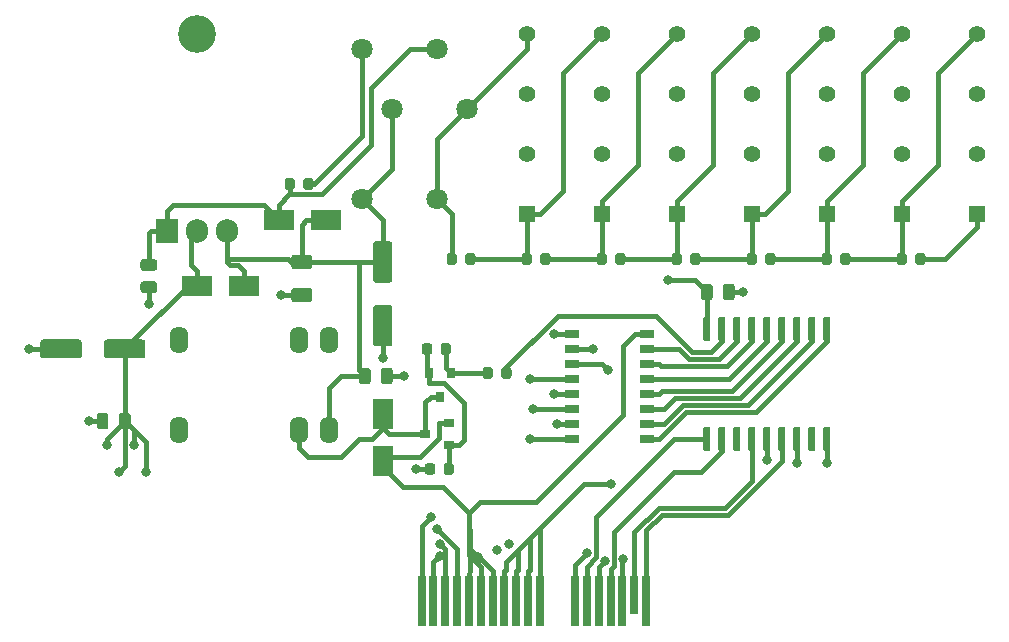
<source format=gbr>
G04 #@! TF.GenerationSoftware,KiCad,Pcbnew,(5.1.5)-3*
G04 #@! TF.CreationDate,2020-02-22T08:37:43-08:00*
G04 #@! TF.ProjectId,voltages,766f6c74-6167-4657-932e-6b696361645f,rev?*
G04 #@! TF.SameCoordinates,Original*
G04 #@! TF.FileFunction,Copper,L1,Top*
G04 #@! TF.FilePolarity,Positive*
%FSLAX46Y46*%
G04 Gerber Fmt 4.6, Leading zero omitted, Abs format (unit mm)*
G04 Created by KiCad (PCBNEW (5.1.5)-3) date 2020-02-22 08:37:43*
%MOMM*%
%LPD*%
G04 APERTURE LIST*
%ADD10R,1.800000X2.500000*%
%ADD11R,2.500000X1.800000*%
%ADD12C,0.100000*%
%ADD13O,1.600000X2.300000*%
%ADD14R,0.800000X0.900000*%
%ADD15R,0.900000X0.800000*%
%ADD16O,1.905000X2.000000*%
%ADD17R,1.905000X2.000000*%
%ADD18C,3.200000*%
%ADD19R,1.300000X0.800000*%
%ADD20C,1.800000*%
%ADD21R,1.400000X1.400000*%
%ADD22C,1.400000*%
%ADD23R,0.700000X4.300000*%
%ADD24R,0.700000X3.200000*%
%ADD25C,0.800000*%
%ADD26C,0.381000*%
G04 APERTURE END LIST*
D10*
X95758000Y-78072000D03*
X95758000Y-74072000D03*
D11*
X90932000Y-57658000D03*
X86932000Y-57658000D03*
X80010000Y-63246000D03*
X84010000Y-63246000D03*
G04 #@! TA.AperFunction,SMDPad,CuDef*
D12*
G36*
X101332191Y-68106053D02*
G01*
X101353426Y-68109203D01*
X101374250Y-68114419D01*
X101394462Y-68121651D01*
X101413868Y-68130830D01*
X101432281Y-68141866D01*
X101449524Y-68154654D01*
X101465430Y-68169070D01*
X101479846Y-68184976D01*
X101492634Y-68202219D01*
X101503670Y-68220632D01*
X101512849Y-68240038D01*
X101520081Y-68260250D01*
X101525297Y-68281074D01*
X101528447Y-68302309D01*
X101529500Y-68323750D01*
X101529500Y-68836250D01*
X101528447Y-68857691D01*
X101525297Y-68878926D01*
X101520081Y-68899750D01*
X101512849Y-68919962D01*
X101503670Y-68939368D01*
X101492634Y-68957781D01*
X101479846Y-68975024D01*
X101465430Y-68990930D01*
X101449524Y-69005346D01*
X101432281Y-69018134D01*
X101413868Y-69029170D01*
X101394462Y-69038349D01*
X101374250Y-69045581D01*
X101353426Y-69050797D01*
X101332191Y-69053947D01*
X101310750Y-69055000D01*
X100873250Y-69055000D01*
X100851809Y-69053947D01*
X100830574Y-69050797D01*
X100809750Y-69045581D01*
X100789538Y-69038349D01*
X100770132Y-69029170D01*
X100751719Y-69018134D01*
X100734476Y-69005346D01*
X100718570Y-68990930D01*
X100704154Y-68975024D01*
X100691366Y-68957781D01*
X100680330Y-68939368D01*
X100671151Y-68919962D01*
X100663919Y-68899750D01*
X100658703Y-68878926D01*
X100655553Y-68857691D01*
X100654500Y-68836250D01*
X100654500Y-68323750D01*
X100655553Y-68302309D01*
X100658703Y-68281074D01*
X100663919Y-68260250D01*
X100671151Y-68240038D01*
X100680330Y-68220632D01*
X100691366Y-68202219D01*
X100704154Y-68184976D01*
X100718570Y-68169070D01*
X100734476Y-68154654D01*
X100751719Y-68141866D01*
X100770132Y-68130830D01*
X100789538Y-68121651D01*
X100809750Y-68114419D01*
X100830574Y-68109203D01*
X100851809Y-68106053D01*
X100873250Y-68105000D01*
X101310750Y-68105000D01*
X101332191Y-68106053D01*
G37*
G04 #@! TD.AperFunction*
G04 #@! TA.AperFunction,SMDPad,CuDef*
G36*
X99757191Y-68106053D02*
G01*
X99778426Y-68109203D01*
X99799250Y-68114419D01*
X99819462Y-68121651D01*
X99838868Y-68130830D01*
X99857281Y-68141866D01*
X99874524Y-68154654D01*
X99890430Y-68169070D01*
X99904846Y-68184976D01*
X99917634Y-68202219D01*
X99928670Y-68220632D01*
X99937849Y-68240038D01*
X99945081Y-68260250D01*
X99950297Y-68281074D01*
X99953447Y-68302309D01*
X99954500Y-68323750D01*
X99954500Y-68836250D01*
X99953447Y-68857691D01*
X99950297Y-68878926D01*
X99945081Y-68899750D01*
X99937849Y-68919962D01*
X99928670Y-68939368D01*
X99917634Y-68957781D01*
X99904846Y-68975024D01*
X99890430Y-68990930D01*
X99874524Y-69005346D01*
X99857281Y-69018134D01*
X99838868Y-69029170D01*
X99819462Y-69038349D01*
X99799250Y-69045581D01*
X99778426Y-69050797D01*
X99757191Y-69053947D01*
X99735750Y-69055000D01*
X99298250Y-69055000D01*
X99276809Y-69053947D01*
X99255574Y-69050797D01*
X99234750Y-69045581D01*
X99214538Y-69038349D01*
X99195132Y-69029170D01*
X99176719Y-69018134D01*
X99159476Y-69005346D01*
X99143570Y-68990930D01*
X99129154Y-68975024D01*
X99116366Y-68957781D01*
X99105330Y-68939368D01*
X99096151Y-68919962D01*
X99088919Y-68899750D01*
X99083703Y-68878926D01*
X99080553Y-68857691D01*
X99079500Y-68836250D01*
X99079500Y-68323750D01*
X99080553Y-68302309D01*
X99083703Y-68281074D01*
X99088919Y-68260250D01*
X99096151Y-68240038D01*
X99105330Y-68220632D01*
X99116366Y-68202219D01*
X99129154Y-68184976D01*
X99143570Y-68169070D01*
X99159476Y-68154654D01*
X99176719Y-68141866D01*
X99195132Y-68130830D01*
X99214538Y-68121651D01*
X99234750Y-68114419D01*
X99255574Y-68109203D01*
X99276809Y-68106053D01*
X99298250Y-68105000D01*
X99735750Y-68105000D01*
X99757191Y-68106053D01*
G37*
G04 #@! TD.AperFunction*
D13*
X91186000Y-75438000D03*
X91186000Y-67818000D03*
X88646000Y-75438000D03*
X78486000Y-75438000D03*
X88646000Y-67818000D03*
X78486000Y-67818000D03*
D14*
X100584000Y-72644000D03*
X99634000Y-70644000D03*
X101534000Y-70644000D03*
D15*
X99346000Y-75758000D03*
X101346000Y-74808000D03*
X101346000Y-76708000D03*
G04 #@! TA.AperFunction,SMDPad,CuDef*
D12*
G36*
X101586191Y-78266053D02*
G01*
X101607426Y-78269203D01*
X101628250Y-78274419D01*
X101648462Y-78281651D01*
X101667868Y-78290830D01*
X101686281Y-78301866D01*
X101703524Y-78314654D01*
X101719430Y-78329070D01*
X101733846Y-78344976D01*
X101746634Y-78362219D01*
X101757670Y-78380632D01*
X101766849Y-78400038D01*
X101774081Y-78420250D01*
X101779297Y-78441074D01*
X101782447Y-78462309D01*
X101783500Y-78483750D01*
X101783500Y-78996250D01*
X101782447Y-79017691D01*
X101779297Y-79038926D01*
X101774081Y-79059750D01*
X101766849Y-79079962D01*
X101757670Y-79099368D01*
X101746634Y-79117781D01*
X101733846Y-79135024D01*
X101719430Y-79150930D01*
X101703524Y-79165346D01*
X101686281Y-79178134D01*
X101667868Y-79189170D01*
X101648462Y-79198349D01*
X101628250Y-79205581D01*
X101607426Y-79210797D01*
X101586191Y-79213947D01*
X101564750Y-79215000D01*
X101127250Y-79215000D01*
X101105809Y-79213947D01*
X101084574Y-79210797D01*
X101063750Y-79205581D01*
X101043538Y-79198349D01*
X101024132Y-79189170D01*
X101005719Y-79178134D01*
X100988476Y-79165346D01*
X100972570Y-79150930D01*
X100958154Y-79135024D01*
X100945366Y-79117781D01*
X100934330Y-79099368D01*
X100925151Y-79079962D01*
X100917919Y-79059750D01*
X100912703Y-79038926D01*
X100909553Y-79017691D01*
X100908500Y-78996250D01*
X100908500Y-78483750D01*
X100909553Y-78462309D01*
X100912703Y-78441074D01*
X100917919Y-78420250D01*
X100925151Y-78400038D01*
X100934330Y-78380632D01*
X100945366Y-78362219D01*
X100958154Y-78344976D01*
X100972570Y-78329070D01*
X100988476Y-78314654D01*
X101005719Y-78301866D01*
X101024132Y-78290830D01*
X101043538Y-78281651D01*
X101063750Y-78274419D01*
X101084574Y-78269203D01*
X101105809Y-78266053D01*
X101127250Y-78265000D01*
X101564750Y-78265000D01*
X101586191Y-78266053D01*
G37*
G04 #@! TD.AperFunction*
G04 #@! TA.AperFunction,SMDPad,CuDef*
G36*
X100011191Y-78266053D02*
G01*
X100032426Y-78269203D01*
X100053250Y-78274419D01*
X100073462Y-78281651D01*
X100092868Y-78290830D01*
X100111281Y-78301866D01*
X100128524Y-78314654D01*
X100144430Y-78329070D01*
X100158846Y-78344976D01*
X100171634Y-78362219D01*
X100182670Y-78380632D01*
X100191849Y-78400038D01*
X100199081Y-78420250D01*
X100204297Y-78441074D01*
X100207447Y-78462309D01*
X100208500Y-78483750D01*
X100208500Y-78996250D01*
X100207447Y-79017691D01*
X100204297Y-79038926D01*
X100199081Y-79059750D01*
X100191849Y-79079962D01*
X100182670Y-79099368D01*
X100171634Y-79117781D01*
X100158846Y-79135024D01*
X100144430Y-79150930D01*
X100128524Y-79165346D01*
X100111281Y-79178134D01*
X100092868Y-79189170D01*
X100073462Y-79198349D01*
X100053250Y-79205581D01*
X100032426Y-79210797D01*
X100011191Y-79213947D01*
X99989750Y-79215000D01*
X99552250Y-79215000D01*
X99530809Y-79213947D01*
X99509574Y-79210797D01*
X99488750Y-79205581D01*
X99468538Y-79198349D01*
X99449132Y-79189170D01*
X99430719Y-79178134D01*
X99413476Y-79165346D01*
X99397570Y-79150930D01*
X99383154Y-79135024D01*
X99370366Y-79117781D01*
X99359330Y-79099368D01*
X99350151Y-79079962D01*
X99342919Y-79059750D01*
X99337703Y-79038926D01*
X99334553Y-79017691D01*
X99333500Y-78996250D01*
X99333500Y-78483750D01*
X99334553Y-78462309D01*
X99337703Y-78441074D01*
X99342919Y-78420250D01*
X99350151Y-78400038D01*
X99359330Y-78380632D01*
X99370366Y-78362219D01*
X99383154Y-78344976D01*
X99397570Y-78329070D01*
X99413476Y-78314654D01*
X99430719Y-78301866D01*
X99449132Y-78290830D01*
X99468538Y-78281651D01*
X99488750Y-78274419D01*
X99509574Y-78269203D01*
X99530809Y-78266053D01*
X99552250Y-78265000D01*
X99989750Y-78265000D01*
X100011191Y-78266053D01*
G37*
G04 #@! TD.AperFunction*
D16*
X82550000Y-58570000D03*
X80010000Y-58570000D03*
D17*
X77470000Y-58570000D03*
D18*
X80010000Y-41910000D03*
D19*
X111810000Y-76210000D03*
X111810000Y-74930000D03*
X111810000Y-73670000D03*
X111810000Y-72400000D03*
X111810000Y-71120000D03*
X111810000Y-69850000D03*
X111810000Y-68590000D03*
X111810000Y-67310000D03*
X118110000Y-67310000D03*
X118110000Y-68590000D03*
X118110000Y-69850000D03*
X118110000Y-71120000D03*
X118110000Y-72400000D03*
X118110000Y-73670000D03*
X118110000Y-74930000D03*
X118110000Y-76210000D03*
G04 #@! TA.AperFunction,SMDPad,CuDef*
D12*
G36*
X123354703Y-65875722D02*
G01*
X123369264Y-65877882D01*
X123383543Y-65881459D01*
X123397403Y-65886418D01*
X123410710Y-65892712D01*
X123423336Y-65900280D01*
X123435159Y-65909048D01*
X123446066Y-65918934D01*
X123455952Y-65929841D01*
X123464720Y-65941664D01*
X123472288Y-65954290D01*
X123478582Y-65967597D01*
X123483541Y-65981457D01*
X123487118Y-65995736D01*
X123489278Y-66010297D01*
X123490000Y-66025000D01*
X123490000Y-67775000D01*
X123489278Y-67789703D01*
X123487118Y-67804264D01*
X123483541Y-67818543D01*
X123478582Y-67832403D01*
X123472288Y-67845710D01*
X123464720Y-67858336D01*
X123455952Y-67870159D01*
X123446066Y-67881066D01*
X123435159Y-67890952D01*
X123423336Y-67899720D01*
X123410710Y-67907288D01*
X123397403Y-67913582D01*
X123383543Y-67918541D01*
X123369264Y-67922118D01*
X123354703Y-67924278D01*
X123340000Y-67925000D01*
X123040000Y-67925000D01*
X123025297Y-67924278D01*
X123010736Y-67922118D01*
X122996457Y-67918541D01*
X122982597Y-67913582D01*
X122969290Y-67907288D01*
X122956664Y-67899720D01*
X122944841Y-67890952D01*
X122933934Y-67881066D01*
X122924048Y-67870159D01*
X122915280Y-67858336D01*
X122907712Y-67845710D01*
X122901418Y-67832403D01*
X122896459Y-67818543D01*
X122892882Y-67804264D01*
X122890722Y-67789703D01*
X122890000Y-67775000D01*
X122890000Y-66025000D01*
X122890722Y-66010297D01*
X122892882Y-65995736D01*
X122896459Y-65981457D01*
X122901418Y-65967597D01*
X122907712Y-65954290D01*
X122915280Y-65941664D01*
X122924048Y-65929841D01*
X122933934Y-65918934D01*
X122944841Y-65909048D01*
X122956664Y-65900280D01*
X122969290Y-65892712D01*
X122982597Y-65886418D01*
X122996457Y-65881459D01*
X123010736Y-65877882D01*
X123025297Y-65875722D01*
X123040000Y-65875000D01*
X123340000Y-65875000D01*
X123354703Y-65875722D01*
G37*
G04 #@! TD.AperFunction*
G04 #@! TA.AperFunction,SMDPad,CuDef*
G36*
X124624703Y-65875722D02*
G01*
X124639264Y-65877882D01*
X124653543Y-65881459D01*
X124667403Y-65886418D01*
X124680710Y-65892712D01*
X124693336Y-65900280D01*
X124705159Y-65909048D01*
X124716066Y-65918934D01*
X124725952Y-65929841D01*
X124734720Y-65941664D01*
X124742288Y-65954290D01*
X124748582Y-65967597D01*
X124753541Y-65981457D01*
X124757118Y-65995736D01*
X124759278Y-66010297D01*
X124760000Y-66025000D01*
X124760000Y-67775000D01*
X124759278Y-67789703D01*
X124757118Y-67804264D01*
X124753541Y-67818543D01*
X124748582Y-67832403D01*
X124742288Y-67845710D01*
X124734720Y-67858336D01*
X124725952Y-67870159D01*
X124716066Y-67881066D01*
X124705159Y-67890952D01*
X124693336Y-67899720D01*
X124680710Y-67907288D01*
X124667403Y-67913582D01*
X124653543Y-67918541D01*
X124639264Y-67922118D01*
X124624703Y-67924278D01*
X124610000Y-67925000D01*
X124310000Y-67925000D01*
X124295297Y-67924278D01*
X124280736Y-67922118D01*
X124266457Y-67918541D01*
X124252597Y-67913582D01*
X124239290Y-67907288D01*
X124226664Y-67899720D01*
X124214841Y-67890952D01*
X124203934Y-67881066D01*
X124194048Y-67870159D01*
X124185280Y-67858336D01*
X124177712Y-67845710D01*
X124171418Y-67832403D01*
X124166459Y-67818543D01*
X124162882Y-67804264D01*
X124160722Y-67789703D01*
X124160000Y-67775000D01*
X124160000Y-66025000D01*
X124160722Y-66010297D01*
X124162882Y-65995736D01*
X124166459Y-65981457D01*
X124171418Y-65967597D01*
X124177712Y-65954290D01*
X124185280Y-65941664D01*
X124194048Y-65929841D01*
X124203934Y-65918934D01*
X124214841Y-65909048D01*
X124226664Y-65900280D01*
X124239290Y-65892712D01*
X124252597Y-65886418D01*
X124266457Y-65881459D01*
X124280736Y-65877882D01*
X124295297Y-65875722D01*
X124310000Y-65875000D01*
X124610000Y-65875000D01*
X124624703Y-65875722D01*
G37*
G04 #@! TD.AperFunction*
G04 #@! TA.AperFunction,SMDPad,CuDef*
G36*
X125894703Y-65875722D02*
G01*
X125909264Y-65877882D01*
X125923543Y-65881459D01*
X125937403Y-65886418D01*
X125950710Y-65892712D01*
X125963336Y-65900280D01*
X125975159Y-65909048D01*
X125986066Y-65918934D01*
X125995952Y-65929841D01*
X126004720Y-65941664D01*
X126012288Y-65954290D01*
X126018582Y-65967597D01*
X126023541Y-65981457D01*
X126027118Y-65995736D01*
X126029278Y-66010297D01*
X126030000Y-66025000D01*
X126030000Y-67775000D01*
X126029278Y-67789703D01*
X126027118Y-67804264D01*
X126023541Y-67818543D01*
X126018582Y-67832403D01*
X126012288Y-67845710D01*
X126004720Y-67858336D01*
X125995952Y-67870159D01*
X125986066Y-67881066D01*
X125975159Y-67890952D01*
X125963336Y-67899720D01*
X125950710Y-67907288D01*
X125937403Y-67913582D01*
X125923543Y-67918541D01*
X125909264Y-67922118D01*
X125894703Y-67924278D01*
X125880000Y-67925000D01*
X125580000Y-67925000D01*
X125565297Y-67924278D01*
X125550736Y-67922118D01*
X125536457Y-67918541D01*
X125522597Y-67913582D01*
X125509290Y-67907288D01*
X125496664Y-67899720D01*
X125484841Y-67890952D01*
X125473934Y-67881066D01*
X125464048Y-67870159D01*
X125455280Y-67858336D01*
X125447712Y-67845710D01*
X125441418Y-67832403D01*
X125436459Y-67818543D01*
X125432882Y-67804264D01*
X125430722Y-67789703D01*
X125430000Y-67775000D01*
X125430000Y-66025000D01*
X125430722Y-66010297D01*
X125432882Y-65995736D01*
X125436459Y-65981457D01*
X125441418Y-65967597D01*
X125447712Y-65954290D01*
X125455280Y-65941664D01*
X125464048Y-65929841D01*
X125473934Y-65918934D01*
X125484841Y-65909048D01*
X125496664Y-65900280D01*
X125509290Y-65892712D01*
X125522597Y-65886418D01*
X125536457Y-65881459D01*
X125550736Y-65877882D01*
X125565297Y-65875722D01*
X125580000Y-65875000D01*
X125880000Y-65875000D01*
X125894703Y-65875722D01*
G37*
G04 #@! TD.AperFunction*
G04 #@! TA.AperFunction,SMDPad,CuDef*
G36*
X127164703Y-65875722D02*
G01*
X127179264Y-65877882D01*
X127193543Y-65881459D01*
X127207403Y-65886418D01*
X127220710Y-65892712D01*
X127233336Y-65900280D01*
X127245159Y-65909048D01*
X127256066Y-65918934D01*
X127265952Y-65929841D01*
X127274720Y-65941664D01*
X127282288Y-65954290D01*
X127288582Y-65967597D01*
X127293541Y-65981457D01*
X127297118Y-65995736D01*
X127299278Y-66010297D01*
X127300000Y-66025000D01*
X127300000Y-67775000D01*
X127299278Y-67789703D01*
X127297118Y-67804264D01*
X127293541Y-67818543D01*
X127288582Y-67832403D01*
X127282288Y-67845710D01*
X127274720Y-67858336D01*
X127265952Y-67870159D01*
X127256066Y-67881066D01*
X127245159Y-67890952D01*
X127233336Y-67899720D01*
X127220710Y-67907288D01*
X127207403Y-67913582D01*
X127193543Y-67918541D01*
X127179264Y-67922118D01*
X127164703Y-67924278D01*
X127150000Y-67925000D01*
X126850000Y-67925000D01*
X126835297Y-67924278D01*
X126820736Y-67922118D01*
X126806457Y-67918541D01*
X126792597Y-67913582D01*
X126779290Y-67907288D01*
X126766664Y-67899720D01*
X126754841Y-67890952D01*
X126743934Y-67881066D01*
X126734048Y-67870159D01*
X126725280Y-67858336D01*
X126717712Y-67845710D01*
X126711418Y-67832403D01*
X126706459Y-67818543D01*
X126702882Y-67804264D01*
X126700722Y-67789703D01*
X126700000Y-67775000D01*
X126700000Y-66025000D01*
X126700722Y-66010297D01*
X126702882Y-65995736D01*
X126706459Y-65981457D01*
X126711418Y-65967597D01*
X126717712Y-65954290D01*
X126725280Y-65941664D01*
X126734048Y-65929841D01*
X126743934Y-65918934D01*
X126754841Y-65909048D01*
X126766664Y-65900280D01*
X126779290Y-65892712D01*
X126792597Y-65886418D01*
X126806457Y-65881459D01*
X126820736Y-65877882D01*
X126835297Y-65875722D01*
X126850000Y-65875000D01*
X127150000Y-65875000D01*
X127164703Y-65875722D01*
G37*
G04 #@! TD.AperFunction*
G04 #@! TA.AperFunction,SMDPad,CuDef*
G36*
X128434703Y-65875722D02*
G01*
X128449264Y-65877882D01*
X128463543Y-65881459D01*
X128477403Y-65886418D01*
X128490710Y-65892712D01*
X128503336Y-65900280D01*
X128515159Y-65909048D01*
X128526066Y-65918934D01*
X128535952Y-65929841D01*
X128544720Y-65941664D01*
X128552288Y-65954290D01*
X128558582Y-65967597D01*
X128563541Y-65981457D01*
X128567118Y-65995736D01*
X128569278Y-66010297D01*
X128570000Y-66025000D01*
X128570000Y-67775000D01*
X128569278Y-67789703D01*
X128567118Y-67804264D01*
X128563541Y-67818543D01*
X128558582Y-67832403D01*
X128552288Y-67845710D01*
X128544720Y-67858336D01*
X128535952Y-67870159D01*
X128526066Y-67881066D01*
X128515159Y-67890952D01*
X128503336Y-67899720D01*
X128490710Y-67907288D01*
X128477403Y-67913582D01*
X128463543Y-67918541D01*
X128449264Y-67922118D01*
X128434703Y-67924278D01*
X128420000Y-67925000D01*
X128120000Y-67925000D01*
X128105297Y-67924278D01*
X128090736Y-67922118D01*
X128076457Y-67918541D01*
X128062597Y-67913582D01*
X128049290Y-67907288D01*
X128036664Y-67899720D01*
X128024841Y-67890952D01*
X128013934Y-67881066D01*
X128004048Y-67870159D01*
X127995280Y-67858336D01*
X127987712Y-67845710D01*
X127981418Y-67832403D01*
X127976459Y-67818543D01*
X127972882Y-67804264D01*
X127970722Y-67789703D01*
X127970000Y-67775000D01*
X127970000Y-66025000D01*
X127970722Y-66010297D01*
X127972882Y-65995736D01*
X127976459Y-65981457D01*
X127981418Y-65967597D01*
X127987712Y-65954290D01*
X127995280Y-65941664D01*
X128004048Y-65929841D01*
X128013934Y-65918934D01*
X128024841Y-65909048D01*
X128036664Y-65900280D01*
X128049290Y-65892712D01*
X128062597Y-65886418D01*
X128076457Y-65881459D01*
X128090736Y-65877882D01*
X128105297Y-65875722D01*
X128120000Y-65875000D01*
X128420000Y-65875000D01*
X128434703Y-65875722D01*
G37*
G04 #@! TD.AperFunction*
G04 #@! TA.AperFunction,SMDPad,CuDef*
G36*
X129704703Y-65875722D02*
G01*
X129719264Y-65877882D01*
X129733543Y-65881459D01*
X129747403Y-65886418D01*
X129760710Y-65892712D01*
X129773336Y-65900280D01*
X129785159Y-65909048D01*
X129796066Y-65918934D01*
X129805952Y-65929841D01*
X129814720Y-65941664D01*
X129822288Y-65954290D01*
X129828582Y-65967597D01*
X129833541Y-65981457D01*
X129837118Y-65995736D01*
X129839278Y-66010297D01*
X129840000Y-66025000D01*
X129840000Y-67775000D01*
X129839278Y-67789703D01*
X129837118Y-67804264D01*
X129833541Y-67818543D01*
X129828582Y-67832403D01*
X129822288Y-67845710D01*
X129814720Y-67858336D01*
X129805952Y-67870159D01*
X129796066Y-67881066D01*
X129785159Y-67890952D01*
X129773336Y-67899720D01*
X129760710Y-67907288D01*
X129747403Y-67913582D01*
X129733543Y-67918541D01*
X129719264Y-67922118D01*
X129704703Y-67924278D01*
X129690000Y-67925000D01*
X129390000Y-67925000D01*
X129375297Y-67924278D01*
X129360736Y-67922118D01*
X129346457Y-67918541D01*
X129332597Y-67913582D01*
X129319290Y-67907288D01*
X129306664Y-67899720D01*
X129294841Y-67890952D01*
X129283934Y-67881066D01*
X129274048Y-67870159D01*
X129265280Y-67858336D01*
X129257712Y-67845710D01*
X129251418Y-67832403D01*
X129246459Y-67818543D01*
X129242882Y-67804264D01*
X129240722Y-67789703D01*
X129240000Y-67775000D01*
X129240000Y-66025000D01*
X129240722Y-66010297D01*
X129242882Y-65995736D01*
X129246459Y-65981457D01*
X129251418Y-65967597D01*
X129257712Y-65954290D01*
X129265280Y-65941664D01*
X129274048Y-65929841D01*
X129283934Y-65918934D01*
X129294841Y-65909048D01*
X129306664Y-65900280D01*
X129319290Y-65892712D01*
X129332597Y-65886418D01*
X129346457Y-65881459D01*
X129360736Y-65877882D01*
X129375297Y-65875722D01*
X129390000Y-65875000D01*
X129690000Y-65875000D01*
X129704703Y-65875722D01*
G37*
G04 #@! TD.AperFunction*
G04 #@! TA.AperFunction,SMDPad,CuDef*
G36*
X130974703Y-65875722D02*
G01*
X130989264Y-65877882D01*
X131003543Y-65881459D01*
X131017403Y-65886418D01*
X131030710Y-65892712D01*
X131043336Y-65900280D01*
X131055159Y-65909048D01*
X131066066Y-65918934D01*
X131075952Y-65929841D01*
X131084720Y-65941664D01*
X131092288Y-65954290D01*
X131098582Y-65967597D01*
X131103541Y-65981457D01*
X131107118Y-65995736D01*
X131109278Y-66010297D01*
X131110000Y-66025000D01*
X131110000Y-67775000D01*
X131109278Y-67789703D01*
X131107118Y-67804264D01*
X131103541Y-67818543D01*
X131098582Y-67832403D01*
X131092288Y-67845710D01*
X131084720Y-67858336D01*
X131075952Y-67870159D01*
X131066066Y-67881066D01*
X131055159Y-67890952D01*
X131043336Y-67899720D01*
X131030710Y-67907288D01*
X131017403Y-67913582D01*
X131003543Y-67918541D01*
X130989264Y-67922118D01*
X130974703Y-67924278D01*
X130960000Y-67925000D01*
X130660000Y-67925000D01*
X130645297Y-67924278D01*
X130630736Y-67922118D01*
X130616457Y-67918541D01*
X130602597Y-67913582D01*
X130589290Y-67907288D01*
X130576664Y-67899720D01*
X130564841Y-67890952D01*
X130553934Y-67881066D01*
X130544048Y-67870159D01*
X130535280Y-67858336D01*
X130527712Y-67845710D01*
X130521418Y-67832403D01*
X130516459Y-67818543D01*
X130512882Y-67804264D01*
X130510722Y-67789703D01*
X130510000Y-67775000D01*
X130510000Y-66025000D01*
X130510722Y-66010297D01*
X130512882Y-65995736D01*
X130516459Y-65981457D01*
X130521418Y-65967597D01*
X130527712Y-65954290D01*
X130535280Y-65941664D01*
X130544048Y-65929841D01*
X130553934Y-65918934D01*
X130564841Y-65909048D01*
X130576664Y-65900280D01*
X130589290Y-65892712D01*
X130602597Y-65886418D01*
X130616457Y-65881459D01*
X130630736Y-65877882D01*
X130645297Y-65875722D01*
X130660000Y-65875000D01*
X130960000Y-65875000D01*
X130974703Y-65875722D01*
G37*
G04 #@! TD.AperFunction*
G04 #@! TA.AperFunction,SMDPad,CuDef*
G36*
X132244703Y-65875722D02*
G01*
X132259264Y-65877882D01*
X132273543Y-65881459D01*
X132287403Y-65886418D01*
X132300710Y-65892712D01*
X132313336Y-65900280D01*
X132325159Y-65909048D01*
X132336066Y-65918934D01*
X132345952Y-65929841D01*
X132354720Y-65941664D01*
X132362288Y-65954290D01*
X132368582Y-65967597D01*
X132373541Y-65981457D01*
X132377118Y-65995736D01*
X132379278Y-66010297D01*
X132380000Y-66025000D01*
X132380000Y-67775000D01*
X132379278Y-67789703D01*
X132377118Y-67804264D01*
X132373541Y-67818543D01*
X132368582Y-67832403D01*
X132362288Y-67845710D01*
X132354720Y-67858336D01*
X132345952Y-67870159D01*
X132336066Y-67881066D01*
X132325159Y-67890952D01*
X132313336Y-67899720D01*
X132300710Y-67907288D01*
X132287403Y-67913582D01*
X132273543Y-67918541D01*
X132259264Y-67922118D01*
X132244703Y-67924278D01*
X132230000Y-67925000D01*
X131930000Y-67925000D01*
X131915297Y-67924278D01*
X131900736Y-67922118D01*
X131886457Y-67918541D01*
X131872597Y-67913582D01*
X131859290Y-67907288D01*
X131846664Y-67899720D01*
X131834841Y-67890952D01*
X131823934Y-67881066D01*
X131814048Y-67870159D01*
X131805280Y-67858336D01*
X131797712Y-67845710D01*
X131791418Y-67832403D01*
X131786459Y-67818543D01*
X131782882Y-67804264D01*
X131780722Y-67789703D01*
X131780000Y-67775000D01*
X131780000Y-66025000D01*
X131780722Y-66010297D01*
X131782882Y-65995736D01*
X131786459Y-65981457D01*
X131791418Y-65967597D01*
X131797712Y-65954290D01*
X131805280Y-65941664D01*
X131814048Y-65929841D01*
X131823934Y-65918934D01*
X131834841Y-65909048D01*
X131846664Y-65900280D01*
X131859290Y-65892712D01*
X131872597Y-65886418D01*
X131886457Y-65881459D01*
X131900736Y-65877882D01*
X131915297Y-65875722D01*
X131930000Y-65875000D01*
X132230000Y-65875000D01*
X132244703Y-65875722D01*
G37*
G04 #@! TD.AperFunction*
G04 #@! TA.AperFunction,SMDPad,CuDef*
G36*
X133514703Y-65875722D02*
G01*
X133529264Y-65877882D01*
X133543543Y-65881459D01*
X133557403Y-65886418D01*
X133570710Y-65892712D01*
X133583336Y-65900280D01*
X133595159Y-65909048D01*
X133606066Y-65918934D01*
X133615952Y-65929841D01*
X133624720Y-65941664D01*
X133632288Y-65954290D01*
X133638582Y-65967597D01*
X133643541Y-65981457D01*
X133647118Y-65995736D01*
X133649278Y-66010297D01*
X133650000Y-66025000D01*
X133650000Y-67775000D01*
X133649278Y-67789703D01*
X133647118Y-67804264D01*
X133643541Y-67818543D01*
X133638582Y-67832403D01*
X133632288Y-67845710D01*
X133624720Y-67858336D01*
X133615952Y-67870159D01*
X133606066Y-67881066D01*
X133595159Y-67890952D01*
X133583336Y-67899720D01*
X133570710Y-67907288D01*
X133557403Y-67913582D01*
X133543543Y-67918541D01*
X133529264Y-67922118D01*
X133514703Y-67924278D01*
X133500000Y-67925000D01*
X133200000Y-67925000D01*
X133185297Y-67924278D01*
X133170736Y-67922118D01*
X133156457Y-67918541D01*
X133142597Y-67913582D01*
X133129290Y-67907288D01*
X133116664Y-67899720D01*
X133104841Y-67890952D01*
X133093934Y-67881066D01*
X133084048Y-67870159D01*
X133075280Y-67858336D01*
X133067712Y-67845710D01*
X133061418Y-67832403D01*
X133056459Y-67818543D01*
X133052882Y-67804264D01*
X133050722Y-67789703D01*
X133050000Y-67775000D01*
X133050000Y-66025000D01*
X133050722Y-66010297D01*
X133052882Y-65995736D01*
X133056459Y-65981457D01*
X133061418Y-65967597D01*
X133067712Y-65954290D01*
X133075280Y-65941664D01*
X133084048Y-65929841D01*
X133093934Y-65918934D01*
X133104841Y-65909048D01*
X133116664Y-65900280D01*
X133129290Y-65892712D01*
X133142597Y-65886418D01*
X133156457Y-65881459D01*
X133170736Y-65877882D01*
X133185297Y-65875722D01*
X133200000Y-65875000D01*
X133500000Y-65875000D01*
X133514703Y-65875722D01*
G37*
G04 #@! TD.AperFunction*
G04 #@! TA.AperFunction,SMDPad,CuDef*
G36*
X133514703Y-75175722D02*
G01*
X133529264Y-75177882D01*
X133543543Y-75181459D01*
X133557403Y-75186418D01*
X133570710Y-75192712D01*
X133583336Y-75200280D01*
X133595159Y-75209048D01*
X133606066Y-75218934D01*
X133615952Y-75229841D01*
X133624720Y-75241664D01*
X133632288Y-75254290D01*
X133638582Y-75267597D01*
X133643541Y-75281457D01*
X133647118Y-75295736D01*
X133649278Y-75310297D01*
X133650000Y-75325000D01*
X133650000Y-77075000D01*
X133649278Y-77089703D01*
X133647118Y-77104264D01*
X133643541Y-77118543D01*
X133638582Y-77132403D01*
X133632288Y-77145710D01*
X133624720Y-77158336D01*
X133615952Y-77170159D01*
X133606066Y-77181066D01*
X133595159Y-77190952D01*
X133583336Y-77199720D01*
X133570710Y-77207288D01*
X133557403Y-77213582D01*
X133543543Y-77218541D01*
X133529264Y-77222118D01*
X133514703Y-77224278D01*
X133500000Y-77225000D01*
X133200000Y-77225000D01*
X133185297Y-77224278D01*
X133170736Y-77222118D01*
X133156457Y-77218541D01*
X133142597Y-77213582D01*
X133129290Y-77207288D01*
X133116664Y-77199720D01*
X133104841Y-77190952D01*
X133093934Y-77181066D01*
X133084048Y-77170159D01*
X133075280Y-77158336D01*
X133067712Y-77145710D01*
X133061418Y-77132403D01*
X133056459Y-77118543D01*
X133052882Y-77104264D01*
X133050722Y-77089703D01*
X133050000Y-77075000D01*
X133050000Y-75325000D01*
X133050722Y-75310297D01*
X133052882Y-75295736D01*
X133056459Y-75281457D01*
X133061418Y-75267597D01*
X133067712Y-75254290D01*
X133075280Y-75241664D01*
X133084048Y-75229841D01*
X133093934Y-75218934D01*
X133104841Y-75209048D01*
X133116664Y-75200280D01*
X133129290Y-75192712D01*
X133142597Y-75186418D01*
X133156457Y-75181459D01*
X133170736Y-75177882D01*
X133185297Y-75175722D01*
X133200000Y-75175000D01*
X133500000Y-75175000D01*
X133514703Y-75175722D01*
G37*
G04 #@! TD.AperFunction*
G04 #@! TA.AperFunction,SMDPad,CuDef*
G36*
X132244703Y-75175722D02*
G01*
X132259264Y-75177882D01*
X132273543Y-75181459D01*
X132287403Y-75186418D01*
X132300710Y-75192712D01*
X132313336Y-75200280D01*
X132325159Y-75209048D01*
X132336066Y-75218934D01*
X132345952Y-75229841D01*
X132354720Y-75241664D01*
X132362288Y-75254290D01*
X132368582Y-75267597D01*
X132373541Y-75281457D01*
X132377118Y-75295736D01*
X132379278Y-75310297D01*
X132380000Y-75325000D01*
X132380000Y-77075000D01*
X132379278Y-77089703D01*
X132377118Y-77104264D01*
X132373541Y-77118543D01*
X132368582Y-77132403D01*
X132362288Y-77145710D01*
X132354720Y-77158336D01*
X132345952Y-77170159D01*
X132336066Y-77181066D01*
X132325159Y-77190952D01*
X132313336Y-77199720D01*
X132300710Y-77207288D01*
X132287403Y-77213582D01*
X132273543Y-77218541D01*
X132259264Y-77222118D01*
X132244703Y-77224278D01*
X132230000Y-77225000D01*
X131930000Y-77225000D01*
X131915297Y-77224278D01*
X131900736Y-77222118D01*
X131886457Y-77218541D01*
X131872597Y-77213582D01*
X131859290Y-77207288D01*
X131846664Y-77199720D01*
X131834841Y-77190952D01*
X131823934Y-77181066D01*
X131814048Y-77170159D01*
X131805280Y-77158336D01*
X131797712Y-77145710D01*
X131791418Y-77132403D01*
X131786459Y-77118543D01*
X131782882Y-77104264D01*
X131780722Y-77089703D01*
X131780000Y-77075000D01*
X131780000Y-75325000D01*
X131780722Y-75310297D01*
X131782882Y-75295736D01*
X131786459Y-75281457D01*
X131791418Y-75267597D01*
X131797712Y-75254290D01*
X131805280Y-75241664D01*
X131814048Y-75229841D01*
X131823934Y-75218934D01*
X131834841Y-75209048D01*
X131846664Y-75200280D01*
X131859290Y-75192712D01*
X131872597Y-75186418D01*
X131886457Y-75181459D01*
X131900736Y-75177882D01*
X131915297Y-75175722D01*
X131930000Y-75175000D01*
X132230000Y-75175000D01*
X132244703Y-75175722D01*
G37*
G04 #@! TD.AperFunction*
G04 #@! TA.AperFunction,SMDPad,CuDef*
G36*
X130974703Y-75175722D02*
G01*
X130989264Y-75177882D01*
X131003543Y-75181459D01*
X131017403Y-75186418D01*
X131030710Y-75192712D01*
X131043336Y-75200280D01*
X131055159Y-75209048D01*
X131066066Y-75218934D01*
X131075952Y-75229841D01*
X131084720Y-75241664D01*
X131092288Y-75254290D01*
X131098582Y-75267597D01*
X131103541Y-75281457D01*
X131107118Y-75295736D01*
X131109278Y-75310297D01*
X131110000Y-75325000D01*
X131110000Y-77075000D01*
X131109278Y-77089703D01*
X131107118Y-77104264D01*
X131103541Y-77118543D01*
X131098582Y-77132403D01*
X131092288Y-77145710D01*
X131084720Y-77158336D01*
X131075952Y-77170159D01*
X131066066Y-77181066D01*
X131055159Y-77190952D01*
X131043336Y-77199720D01*
X131030710Y-77207288D01*
X131017403Y-77213582D01*
X131003543Y-77218541D01*
X130989264Y-77222118D01*
X130974703Y-77224278D01*
X130960000Y-77225000D01*
X130660000Y-77225000D01*
X130645297Y-77224278D01*
X130630736Y-77222118D01*
X130616457Y-77218541D01*
X130602597Y-77213582D01*
X130589290Y-77207288D01*
X130576664Y-77199720D01*
X130564841Y-77190952D01*
X130553934Y-77181066D01*
X130544048Y-77170159D01*
X130535280Y-77158336D01*
X130527712Y-77145710D01*
X130521418Y-77132403D01*
X130516459Y-77118543D01*
X130512882Y-77104264D01*
X130510722Y-77089703D01*
X130510000Y-77075000D01*
X130510000Y-75325000D01*
X130510722Y-75310297D01*
X130512882Y-75295736D01*
X130516459Y-75281457D01*
X130521418Y-75267597D01*
X130527712Y-75254290D01*
X130535280Y-75241664D01*
X130544048Y-75229841D01*
X130553934Y-75218934D01*
X130564841Y-75209048D01*
X130576664Y-75200280D01*
X130589290Y-75192712D01*
X130602597Y-75186418D01*
X130616457Y-75181459D01*
X130630736Y-75177882D01*
X130645297Y-75175722D01*
X130660000Y-75175000D01*
X130960000Y-75175000D01*
X130974703Y-75175722D01*
G37*
G04 #@! TD.AperFunction*
G04 #@! TA.AperFunction,SMDPad,CuDef*
G36*
X129704703Y-75175722D02*
G01*
X129719264Y-75177882D01*
X129733543Y-75181459D01*
X129747403Y-75186418D01*
X129760710Y-75192712D01*
X129773336Y-75200280D01*
X129785159Y-75209048D01*
X129796066Y-75218934D01*
X129805952Y-75229841D01*
X129814720Y-75241664D01*
X129822288Y-75254290D01*
X129828582Y-75267597D01*
X129833541Y-75281457D01*
X129837118Y-75295736D01*
X129839278Y-75310297D01*
X129840000Y-75325000D01*
X129840000Y-77075000D01*
X129839278Y-77089703D01*
X129837118Y-77104264D01*
X129833541Y-77118543D01*
X129828582Y-77132403D01*
X129822288Y-77145710D01*
X129814720Y-77158336D01*
X129805952Y-77170159D01*
X129796066Y-77181066D01*
X129785159Y-77190952D01*
X129773336Y-77199720D01*
X129760710Y-77207288D01*
X129747403Y-77213582D01*
X129733543Y-77218541D01*
X129719264Y-77222118D01*
X129704703Y-77224278D01*
X129690000Y-77225000D01*
X129390000Y-77225000D01*
X129375297Y-77224278D01*
X129360736Y-77222118D01*
X129346457Y-77218541D01*
X129332597Y-77213582D01*
X129319290Y-77207288D01*
X129306664Y-77199720D01*
X129294841Y-77190952D01*
X129283934Y-77181066D01*
X129274048Y-77170159D01*
X129265280Y-77158336D01*
X129257712Y-77145710D01*
X129251418Y-77132403D01*
X129246459Y-77118543D01*
X129242882Y-77104264D01*
X129240722Y-77089703D01*
X129240000Y-77075000D01*
X129240000Y-75325000D01*
X129240722Y-75310297D01*
X129242882Y-75295736D01*
X129246459Y-75281457D01*
X129251418Y-75267597D01*
X129257712Y-75254290D01*
X129265280Y-75241664D01*
X129274048Y-75229841D01*
X129283934Y-75218934D01*
X129294841Y-75209048D01*
X129306664Y-75200280D01*
X129319290Y-75192712D01*
X129332597Y-75186418D01*
X129346457Y-75181459D01*
X129360736Y-75177882D01*
X129375297Y-75175722D01*
X129390000Y-75175000D01*
X129690000Y-75175000D01*
X129704703Y-75175722D01*
G37*
G04 #@! TD.AperFunction*
G04 #@! TA.AperFunction,SMDPad,CuDef*
G36*
X128434703Y-75175722D02*
G01*
X128449264Y-75177882D01*
X128463543Y-75181459D01*
X128477403Y-75186418D01*
X128490710Y-75192712D01*
X128503336Y-75200280D01*
X128515159Y-75209048D01*
X128526066Y-75218934D01*
X128535952Y-75229841D01*
X128544720Y-75241664D01*
X128552288Y-75254290D01*
X128558582Y-75267597D01*
X128563541Y-75281457D01*
X128567118Y-75295736D01*
X128569278Y-75310297D01*
X128570000Y-75325000D01*
X128570000Y-77075000D01*
X128569278Y-77089703D01*
X128567118Y-77104264D01*
X128563541Y-77118543D01*
X128558582Y-77132403D01*
X128552288Y-77145710D01*
X128544720Y-77158336D01*
X128535952Y-77170159D01*
X128526066Y-77181066D01*
X128515159Y-77190952D01*
X128503336Y-77199720D01*
X128490710Y-77207288D01*
X128477403Y-77213582D01*
X128463543Y-77218541D01*
X128449264Y-77222118D01*
X128434703Y-77224278D01*
X128420000Y-77225000D01*
X128120000Y-77225000D01*
X128105297Y-77224278D01*
X128090736Y-77222118D01*
X128076457Y-77218541D01*
X128062597Y-77213582D01*
X128049290Y-77207288D01*
X128036664Y-77199720D01*
X128024841Y-77190952D01*
X128013934Y-77181066D01*
X128004048Y-77170159D01*
X127995280Y-77158336D01*
X127987712Y-77145710D01*
X127981418Y-77132403D01*
X127976459Y-77118543D01*
X127972882Y-77104264D01*
X127970722Y-77089703D01*
X127970000Y-77075000D01*
X127970000Y-75325000D01*
X127970722Y-75310297D01*
X127972882Y-75295736D01*
X127976459Y-75281457D01*
X127981418Y-75267597D01*
X127987712Y-75254290D01*
X127995280Y-75241664D01*
X128004048Y-75229841D01*
X128013934Y-75218934D01*
X128024841Y-75209048D01*
X128036664Y-75200280D01*
X128049290Y-75192712D01*
X128062597Y-75186418D01*
X128076457Y-75181459D01*
X128090736Y-75177882D01*
X128105297Y-75175722D01*
X128120000Y-75175000D01*
X128420000Y-75175000D01*
X128434703Y-75175722D01*
G37*
G04 #@! TD.AperFunction*
G04 #@! TA.AperFunction,SMDPad,CuDef*
G36*
X127164703Y-75175722D02*
G01*
X127179264Y-75177882D01*
X127193543Y-75181459D01*
X127207403Y-75186418D01*
X127220710Y-75192712D01*
X127233336Y-75200280D01*
X127245159Y-75209048D01*
X127256066Y-75218934D01*
X127265952Y-75229841D01*
X127274720Y-75241664D01*
X127282288Y-75254290D01*
X127288582Y-75267597D01*
X127293541Y-75281457D01*
X127297118Y-75295736D01*
X127299278Y-75310297D01*
X127300000Y-75325000D01*
X127300000Y-77075000D01*
X127299278Y-77089703D01*
X127297118Y-77104264D01*
X127293541Y-77118543D01*
X127288582Y-77132403D01*
X127282288Y-77145710D01*
X127274720Y-77158336D01*
X127265952Y-77170159D01*
X127256066Y-77181066D01*
X127245159Y-77190952D01*
X127233336Y-77199720D01*
X127220710Y-77207288D01*
X127207403Y-77213582D01*
X127193543Y-77218541D01*
X127179264Y-77222118D01*
X127164703Y-77224278D01*
X127150000Y-77225000D01*
X126850000Y-77225000D01*
X126835297Y-77224278D01*
X126820736Y-77222118D01*
X126806457Y-77218541D01*
X126792597Y-77213582D01*
X126779290Y-77207288D01*
X126766664Y-77199720D01*
X126754841Y-77190952D01*
X126743934Y-77181066D01*
X126734048Y-77170159D01*
X126725280Y-77158336D01*
X126717712Y-77145710D01*
X126711418Y-77132403D01*
X126706459Y-77118543D01*
X126702882Y-77104264D01*
X126700722Y-77089703D01*
X126700000Y-77075000D01*
X126700000Y-75325000D01*
X126700722Y-75310297D01*
X126702882Y-75295736D01*
X126706459Y-75281457D01*
X126711418Y-75267597D01*
X126717712Y-75254290D01*
X126725280Y-75241664D01*
X126734048Y-75229841D01*
X126743934Y-75218934D01*
X126754841Y-75209048D01*
X126766664Y-75200280D01*
X126779290Y-75192712D01*
X126792597Y-75186418D01*
X126806457Y-75181459D01*
X126820736Y-75177882D01*
X126835297Y-75175722D01*
X126850000Y-75175000D01*
X127150000Y-75175000D01*
X127164703Y-75175722D01*
G37*
G04 #@! TD.AperFunction*
G04 #@! TA.AperFunction,SMDPad,CuDef*
G36*
X125894703Y-75175722D02*
G01*
X125909264Y-75177882D01*
X125923543Y-75181459D01*
X125937403Y-75186418D01*
X125950710Y-75192712D01*
X125963336Y-75200280D01*
X125975159Y-75209048D01*
X125986066Y-75218934D01*
X125995952Y-75229841D01*
X126004720Y-75241664D01*
X126012288Y-75254290D01*
X126018582Y-75267597D01*
X126023541Y-75281457D01*
X126027118Y-75295736D01*
X126029278Y-75310297D01*
X126030000Y-75325000D01*
X126030000Y-77075000D01*
X126029278Y-77089703D01*
X126027118Y-77104264D01*
X126023541Y-77118543D01*
X126018582Y-77132403D01*
X126012288Y-77145710D01*
X126004720Y-77158336D01*
X125995952Y-77170159D01*
X125986066Y-77181066D01*
X125975159Y-77190952D01*
X125963336Y-77199720D01*
X125950710Y-77207288D01*
X125937403Y-77213582D01*
X125923543Y-77218541D01*
X125909264Y-77222118D01*
X125894703Y-77224278D01*
X125880000Y-77225000D01*
X125580000Y-77225000D01*
X125565297Y-77224278D01*
X125550736Y-77222118D01*
X125536457Y-77218541D01*
X125522597Y-77213582D01*
X125509290Y-77207288D01*
X125496664Y-77199720D01*
X125484841Y-77190952D01*
X125473934Y-77181066D01*
X125464048Y-77170159D01*
X125455280Y-77158336D01*
X125447712Y-77145710D01*
X125441418Y-77132403D01*
X125436459Y-77118543D01*
X125432882Y-77104264D01*
X125430722Y-77089703D01*
X125430000Y-77075000D01*
X125430000Y-75325000D01*
X125430722Y-75310297D01*
X125432882Y-75295736D01*
X125436459Y-75281457D01*
X125441418Y-75267597D01*
X125447712Y-75254290D01*
X125455280Y-75241664D01*
X125464048Y-75229841D01*
X125473934Y-75218934D01*
X125484841Y-75209048D01*
X125496664Y-75200280D01*
X125509290Y-75192712D01*
X125522597Y-75186418D01*
X125536457Y-75181459D01*
X125550736Y-75177882D01*
X125565297Y-75175722D01*
X125580000Y-75175000D01*
X125880000Y-75175000D01*
X125894703Y-75175722D01*
G37*
G04 #@! TD.AperFunction*
G04 #@! TA.AperFunction,SMDPad,CuDef*
G36*
X124624703Y-75175722D02*
G01*
X124639264Y-75177882D01*
X124653543Y-75181459D01*
X124667403Y-75186418D01*
X124680710Y-75192712D01*
X124693336Y-75200280D01*
X124705159Y-75209048D01*
X124716066Y-75218934D01*
X124725952Y-75229841D01*
X124734720Y-75241664D01*
X124742288Y-75254290D01*
X124748582Y-75267597D01*
X124753541Y-75281457D01*
X124757118Y-75295736D01*
X124759278Y-75310297D01*
X124760000Y-75325000D01*
X124760000Y-77075000D01*
X124759278Y-77089703D01*
X124757118Y-77104264D01*
X124753541Y-77118543D01*
X124748582Y-77132403D01*
X124742288Y-77145710D01*
X124734720Y-77158336D01*
X124725952Y-77170159D01*
X124716066Y-77181066D01*
X124705159Y-77190952D01*
X124693336Y-77199720D01*
X124680710Y-77207288D01*
X124667403Y-77213582D01*
X124653543Y-77218541D01*
X124639264Y-77222118D01*
X124624703Y-77224278D01*
X124610000Y-77225000D01*
X124310000Y-77225000D01*
X124295297Y-77224278D01*
X124280736Y-77222118D01*
X124266457Y-77218541D01*
X124252597Y-77213582D01*
X124239290Y-77207288D01*
X124226664Y-77199720D01*
X124214841Y-77190952D01*
X124203934Y-77181066D01*
X124194048Y-77170159D01*
X124185280Y-77158336D01*
X124177712Y-77145710D01*
X124171418Y-77132403D01*
X124166459Y-77118543D01*
X124162882Y-77104264D01*
X124160722Y-77089703D01*
X124160000Y-77075000D01*
X124160000Y-75325000D01*
X124160722Y-75310297D01*
X124162882Y-75295736D01*
X124166459Y-75281457D01*
X124171418Y-75267597D01*
X124177712Y-75254290D01*
X124185280Y-75241664D01*
X124194048Y-75229841D01*
X124203934Y-75218934D01*
X124214841Y-75209048D01*
X124226664Y-75200280D01*
X124239290Y-75192712D01*
X124252597Y-75186418D01*
X124266457Y-75181459D01*
X124280736Y-75177882D01*
X124295297Y-75175722D01*
X124310000Y-75175000D01*
X124610000Y-75175000D01*
X124624703Y-75175722D01*
G37*
G04 #@! TD.AperFunction*
G04 #@! TA.AperFunction,SMDPad,CuDef*
G36*
X123354703Y-75175722D02*
G01*
X123369264Y-75177882D01*
X123383543Y-75181459D01*
X123397403Y-75186418D01*
X123410710Y-75192712D01*
X123423336Y-75200280D01*
X123435159Y-75209048D01*
X123446066Y-75218934D01*
X123455952Y-75229841D01*
X123464720Y-75241664D01*
X123472288Y-75254290D01*
X123478582Y-75267597D01*
X123483541Y-75281457D01*
X123487118Y-75295736D01*
X123489278Y-75310297D01*
X123490000Y-75325000D01*
X123490000Y-77075000D01*
X123489278Y-77089703D01*
X123487118Y-77104264D01*
X123483541Y-77118543D01*
X123478582Y-77132403D01*
X123472288Y-77145710D01*
X123464720Y-77158336D01*
X123455952Y-77170159D01*
X123446066Y-77181066D01*
X123435159Y-77190952D01*
X123423336Y-77199720D01*
X123410710Y-77207288D01*
X123397403Y-77213582D01*
X123383543Y-77218541D01*
X123369264Y-77222118D01*
X123354703Y-77224278D01*
X123340000Y-77225000D01*
X123040000Y-77225000D01*
X123025297Y-77224278D01*
X123010736Y-77222118D01*
X122996457Y-77218541D01*
X122982597Y-77213582D01*
X122969290Y-77207288D01*
X122956664Y-77199720D01*
X122944841Y-77190952D01*
X122933934Y-77181066D01*
X122924048Y-77170159D01*
X122915280Y-77158336D01*
X122907712Y-77145710D01*
X122901418Y-77132403D01*
X122896459Y-77118543D01*
X122892882Y-77104264D01*
X122890722Y-77089703D01*
X122890000Y-77075000D01*
X122890000Y-75325000D01*
X122890722Y-75310297D01*
X122892882Y-75295736D01*
X122896459Y-75281457D01*
X122901418Y-75267597D01*
X122907712Y-75254290D01*
X122915280Y-75241664D01*
X122924048Y-75229841D01*
X122933934Y-75218934D01*
X122944841Y-75209048D01*
X122956664Y-75200280D01*
X122969290Y-75192712D01*
X122982597Y-75186418D01*
X122996457Y-75181459D01*
X123010736Y-75177882D01*
X123025297Y-75175722D01*
X123040000Y-75175000D01*
X123340000Y-75175000D01*
X123354703Y-75175722D01*
G37*
G04 #@! TD.AperFunction*
D20*
X100330000Y-43180000D03*
X102870000Y-48260000D03*
X100330000Y-55880000D03*
X93980000Y-43180000D03*
X96520000Y-48260000D03*
X93980000Y-55880000D03*
G04 #@! TA.AperFunction,SMDPad,CuDef*
D12*
G36*
X106463191Y-70138053D02*
G01*
X106484426Y-70141203D01*
X106505250Y-70146419D01*
X106525462Y-70153651D01*
X106544868Y-70162830D01*
X106563281Y-70173866D01*
X106580524Y-70186654D01*
X106596430Y-70201070D01*
X106610846Y-70216976D01*
X106623634Y-70234219D01*
X106634670Y-70252632D01*
X106643849Y-70272038D01*
X106651081Y-70292250D01*
X106656297Y-70313074D01*
X106659447Y-70334309D01*
X106660500Y-70355750D01*
X106660500Y-70868250D01*
X106659447Y-70889691D01*
X106656297Y-70910926D01*
X106651081Y-70931750D01*
X106643849Y-70951962D01*
X106634670Y-70971368D01*
X106623634Y-70989781D01*
X106610846Y-71007024D01*
X106596430Y-71022930D01*
X106580524Y-71037346D01*
X106563281Y-71050134D01*
X106544868Y-71061170D01*
X106525462Y-71070349D01*
X106505250Y-71077581D01*
X106484426Y-71082797D01*
X106463191Y-71085947D01*
X106441750Y-71087000D01*
X106004250Y-71087000D01*
X105982809Y-71085947D01*
X105961574Y-71082797D01*
X105940750Y-71077581D01*
X105920538Y-71070349D01*
X105901132Y-71061170D01*
X105882719Y-71050134D01*
X105865476Y-71037346D01*
X105849570Y-71022930D01*
X105835154Y-71007024D01*
X105822366Y-70989781D01*
X105811330Y-70971368D01*
X105802151Y-70951962D01*
X105794919Y-70931750D01*
X105789703Y-70910926D01*
X105786553Y-70889691D01*
X105785500Y-70868250D01*
X105785500Y-70355750D01*
X105786553Y-70334309D01*
X105789703Y-70313074D01*
X105794919Y-70292250D01*
X105802151Y-70272038D01*
X105811330Y-70252632D01*
X105822366Y-70234219D01*
X105835154Y-70216976D01*
X105849570Y-70201070D01*
X105865476Y-70186654D01*
X105882719Y-70173866D01*
X105901132Y-70162830D01*
X105920538Y-70153651D01*
X105940750Y-70146419D01*
X105961574Y-70141203D01*
X105982809Y-70138053D01*
X106004250Y-70137000D01*
X106441750Y-70137000D01*
X106463191Y-70138053D01*
G37*
G04 #@! TD.AperFunction*
G04 #@! TA.AperFunction,SMDPad,CuDef*
G36*
X104888191Y-70138053D02*
G01*
X104909426Y-70141203D01*
X104930250Y-70146419D01*
X104950462Y-70153651D01*
X104969868Y-70162830D01*
X104988281Y-70173866D01*
X105005524Y-70186654D01*
X105021430Y-70201070D01*
X105035846Y-70216976D01*
X105048634Y-70234219D01*
X105059670Y-70252632D01*
X105068849Y-70272038D01*
X105076081Y-70292250D01*
X105081297Y-70313074D01*
X105084447Y-70334309D01*
X105085500Y-70355750D01*
X105085500Y-70868250D01*
X105084447Y-70889691D01*
X105081297Y-70910926D01*
X105076081Y-70931750D01*
X105068849Y-70951962D01*
X105059670Y-70971368D01*
X105048634Y-70989781D01*
X105035846Y-71007024D01*
X105021430Y-71022930D01*
X105005524Y-71037346D01*
X104988281Y-71050134D01*
X104969868Y-71061170D01*
X104950462Y-71070349D01*
X104930250Y-71077581D01*
X104909426Y-71082797D01*
X104888191Y-71085947D01*
X104866750Y-71087000D01*
X104429250Y-71087000D01*
X104407809Y-71085947D01*
X104386574Y-71082797D01*
X104365750Y-71077581D01*
X104345538Y-71070349D01*
X104326132Y-71061170D01*
X104307719Y-71050134D01*
X104290476Y-71037346D01*
X104274570Y-71022930D01*
X104260154Y-71007024D01*
X104247366Y-70989781D01*
X104236330Y-70971368D01*
X104227151Y-70951962D01*
X104219919Y-70931750D01*
X104214703Y-70910926D01*
X104211553Y-70889691D01*
X104210500Y-70868250D01*
X104210500Y-70355750D01*
X104211553Y-70334309D01*
X104214703Y-70313074D01*
X104219919Y-70292250D01*
X104227151Y-70272038D01*
X104236330Y-70252632D01*
X104247366Y-70234219D01*
X104260154Y-70216976D01*
X104274570Y-70201070D01*
X104290476Y-70186654D01*
X104307719Y-70173866D01*
X104326132Y-70162830D01*
X104345538Y-70153651D01*
X104365750Y-70146419D01*
X104386574Y-70141203D01*
X104407809Y-70138053D01*
X104429250Y-70137000D01*
X104866750Y-70137000D01*
X104888191Y-70138053D01*
G37*
G04 #@! TD.AperFunction*
G04 #@! TA.AperFunction,SMDPad,CuDef*
G36*
X141515191Y-60486053D02*
G01*
X141536426Y-60489203D01*
X141557250Y-60494419D01*
X141577462Y-60501651D01*
X141596868Y-60510830D01*
X141615281Y-60521866D01*
X141632524Y-60534654D01*
X141648430Y-60549070D01*
X141662846Y-60564976D01*
X141675634Y-60582219D01*
X141686670Y-60600632D01*
X141695849Y-60620038D01*
X141703081Y-60640250D01*
X141708297Y-60661074D01*
X141711447Y-60682309D01*
X141712500Y-60703750D01*
X141712500Y-61216250D01*
X141711447Y-61237691D01*
X141708297Y-61258926D01*
X141703081Y-61279750D01*
X141695849Y-61299962D01*
X141686670Y-61319368D01*
X141675634Y-61337781D01*
X141662846Y-61355024D01*
X141648430Y-61370930D01*
X141632524Y-61385346D01*
X141615281Y-61398134D01*
X141596868Y-61409170D01*
X141577462Y-61418349D01*
X141557250Y-61425581D01*
X141536426Y-61430797D01*
X141515191Y-61433947D01*
X141493750Y-61435000D01*
X141056250Y-61435000D01*
X141034809Y-61433947D01*
X141013574Y-61430797D01*
X140992750Y-61425581D01*
X140972538Y-61418349D01*
X140953132Y-61409170D01*
X140934719Y-61398134D01*
X140917476Y-61385346D01*
X140901570Y-61370930D01*
X140887154Y-61355024D01*
X140874366Y-61337781D01*
X140863330Y-61319368D01*
X140854151Y-61299962D01*
X140846919Y-61279750D01*
X140841703Y-61258926D01*
X140838553Y-61237691D01*
X140837500Y-61216250D01*
X140837500Y-60703750D01*
X140838553Y-60682309D01*
X140841703Y-60661074D01*
X140846919Y-60640250D01*
X140854151Y-60620038D01*
X140863330Y-60600632D01*
X140874366Y-60582219D01*
X140887154Y-60564976D01*
X140901570Y-60549070D01*
X140917476Y-60534654D01*
X140934719Y-60521866D01*
X140953132Y-60510830D01*
X140972538Y-60501651D01*
X140992750Y-60494419D01*
X141013574Y-60489203D01*
X141034809Y-60486053D01*
X141056250Y-60485000D01*
X141493750Y-60485000D01*
X141515191Y-60486053D01*
G37*
G04 #@! TD.AperFunction*
G04 #@! TA.AperFunction,SMDPad,CuDef*
G36*
X139940191Y-60486053D02*
G01*
X139961426Y-60489203D01*
X139982250Y-60494419D01*
X140002462Y-60501651D01*
X140021868Y-60510830D01*
X140040281Y-60521866D01*
X140057524Y-60534654D01*
X140073430Y-60549070D01*
X140087846Y-60564976D01*
X140100634Y-60582219D01*
X140111670Y-60600632D01*
X140120849Y-60620038D01*
X140128081Y-60640250D01*
X140133297Y-60661074D01*
X140136447Y-60682309D01*
X140137500Y-60703750D01*
X140137500Y-61216250D01*
X140136447Y-61237691D01*
X140133297Y-61258926D01*
X140128081Y-61279750D01*
X140120849Y-61299962D01*
X140111670Y-61319368D01*
X140100634Y-61337781D01*
X140087846Y-61355024D01*
X140073430Y-61370930D01*
X140057524Y-61385346D01*
X140040281Y-61398134D01*
X140021868Y-61409170D01*
X140002462Y-61418349D01*
X139982250Y-61425581D01*
X139961426Y-61430797D01*
X139940191Y-61433947D01*
X139918750Y-61435000D01*
X139481250Y-61435000D01*
X139459809Y-61433947D01*
X139438574Y-61430797D01*
X139417750Y-61425581D01*
X139397538Y-61418349D01*
X139378132Y-61409170D01*
X139359719Y-61398134D01*
X139342476Y-61385346D01*
X139326570Y-61370930D01*
X139312154Y-61355024D01*
X139299366Y-61337781D01*
X139288330Y-61319368D01*
X139279151Y-61299962D01*
X139271919Y-61279750D01*
X139266703Y-61258926D01*
X139263553Y-61237691D01*
X139262500Y-61216250D01*
X139262500Y-60703750D01*
X139263553Y-60682309D01*
X139266703Y-60661074D01*
X139271919Y-60640250D01*
X139279151Y-60620038D01*
X139288330Y-60600632D01*
X139299366Y-60582219D01*
X139312154Y-60564976D01*
X139326570Y-60549070D01*
X139342476Y-60534654D01*
X139359719Y-60521866D01*
X139378132Y-60510830D01*
X139397538Y-60501651D01*
X139417750Y-60494419D01*
X139438574Y-60489203D01*
X139459809Y-60486053D01*
X139481250Y-60485000D01*
X139918750Y-60485000D01*
X139940191Y-60486053D01*
G37*
G04 #@! TD.AperFunction*
G04 #@! TA.AperFunction,SMDPad,CuDef*
G36*
X135165191Y-60486053D02*
G01*
X135186426Y-60489203D01*
X135207250Y-60494419D01*
X135227462Y-60501651D01*
X135246868Y-60510830D01*
X135265281Y-60521866D01*
X135282524Y-60534654D01*
X135298430Y-60549070D01*
X135312846Y-60564976D01*
X135325634Y-60582219D01*
X135336670Y-60600632D01*
X135345849Y-60620038D01*
X135353081Y-60640250D01*
X135358297Y-60661074D01*
X135361447Y-60682309D01*
X135362500Y-60703750D01*
X135362500Y-61216250D01*
X135361447Y-61237691D01*
X135358297Y-61258926D01*
X135353081Y-61279750D01*
X135345849Y-61299962D01*
X135336670Y-61319368D01*
X135325634Y-61337781D01*
X135312846Y-61355024D01*
X135298430Y-61370930D01*
X135282524Y-61385346D01*
X135265281Y-61398134D01*
X135246868Y-61409170D01*
X135227462Y-61418349D01*
X135207250Y-61425581D01*
X135186426Y-61430797D01*
X135165191Y-61433947D01*
X135143750Y-61435000D01*
X134706250Y-61435000D01*
X134684809Y-61433947D01*
X134663574Y-61430797D01*
X134642750Y-61425581D01*
X134622538Y-61418349D01*
X134603132Y-61409170D01*
X134584719Y-61398134D01*
X134567476Y-61385346D01*
X134551570Y-61370930D01*
X134537154Y-61355024D01*
X134524366Y-61337781D01*
X134513330Y-61319368D01*
X134504151Y-61299962D01*
X134496919Y-61279750D01*
X134491703Y-61258926D01*
X134488553Y-61237691D01*
X134487500Y-61216250D01*
X134487500Y-60703750D01*
X134488553Y-60682309D01*
X134491703Y-60661074D01*
X134496919Y-60640250D01*
X134504151Y-60620038D01*
X134513330Y-60600632D01*
X134524366Y-60582219D01*
X134537154Y-60564976D01*
X134551570Y-60549070D01*
X134567476Y-60534654D01*
X134584719Y-60521866D01*
X134603132Y-60510830D01*
X134622538Y-60501651D01*
X134642750Y-60494419D01*
X134663574Y-60489203D01*
X134684809Y-60486053D01*
X134706250Y-60485000D01*
X135143750Y-60485000D01*
X135165191Y-60486053D01*
G37*
G04 #@! TD.AperFunction*
G04 #@! TA.AperFunction,SMDPad,CuDef*
G36*
X133590191Y-60486053D02*
G01*
X133611426Y-60489203D01*
X133632250Y-60494419D01*
X133652462Y-60501651D01*
X133671868Y-60510830D01*
X133690281Y-60521866D01*
X133707524Y-60534654D01*
X133723430Y-60549070D01*
X133737846Y-60564976D01*
X133750634Y-60582219D01*
X133761670Y-60600632D01*
X133770849Y-60620038D01*
X133778081Y-60640250D01*
X133783297Y-60661074D01*
X133786447Y-60682309D01*
X133787500Y-60703750D01*
X133787500Y-61216250D01*
X133786447Y-61237691D01*
X133783297Y-61258926D01*
X133778081Y-61279750D01*
X133770849Y-61299962D01*
X133761670Y-61319368D01*
X133750634Y-61337781D01*
X133737846Y-61355024D01*
X133723430Y-61370930D01*
X133707524Y-61385346D01*
X133690281Y-61398134D01*
X133671868Y-61409170D01*
X133652462Y-61418349D01*
X133632250Y-61425581D01*
X133611426Y-61430797D01*
X133590191Y-61433947D01*
X133568750Y-61435000D01*
X133131250Y-61435000D01*
X133109809Y-61433947D01*
X133088574Y-61430797D01*
X133067750Y-61425581D01*
X133047538Y-61418349D01*
X133028132Y-61409170D01*
X133009719Y-61398134D01*
X132992476Y-61385346D01*
X132976570Y-61370930D01*
X132962154Y-61355024D01*
X132949366Y-61337781D01*
X132938330Y-61319368D01*
X132929151Y-61299962D01*
X132921919Y-61279750D01*
X132916703Y-61258926D01*
X132913553Y-61237691D01*
X132912500Y-61216250D01*
X132912500Y-60703750D01*
X132913553Y-60682309D01*
X132916703Y-60661074D01*
X132921919Y-60640250D01*
X132929151Y-60620038D01*
X132938330Y-60600632D01*
X132949366Y-60582219D01*
X132962154Y-60564976D01*
X132976570Y-60549070D01*
X132992476Y-60534654D01*
X133009719Y-60521866D01*
X133028132Y-60510830D01*
X133047538Y-60501651D01*
X133067750Y-60494419D01*
X133088574Y-60489203D01*
X133109809Y-60486053D01*
X133131250Y-60485000D01*
X133568750Y-60485000D01*
X133590191Y-60486053D01*
G37*
G04 #@! TD.AperFunction*
G04 #@! TA.AperFunction,SMDPad,CuDef*
G36*
X128815191Y-60486053D02*
G01*
X128836426Y-60489203D01*
X128857250Y-60494419D01*
X128877462Y-60501651D01*
X128896868Y-60510830D01*
X128915281Y-60521866D01*
X128932524Y-60534654D01*
X128948430Y-60549070D01*
X128962846Y-60564976D01*
X128975634Y-60582219D01*
X128986670Y-60600632D01*
X128995849Y-60620038D01*
X129003081Y-60640250D01*
X129008297Y-60661074D01*
X129011447Y-60682309D01*
X129012500Y-60703750D01*
X129012500Y-61216250D01*
X129011447Y-61237691D01*
X129008297Y-61258926D01*
X129003081Y-61279750D01*
X128995849Y-61299962D01*
X128986670Y-61319368D01*
X128975634Y-61337781D01*
X128962846Y-61355024D01*
X128948430Y-61370930D01*
X128932524Y-61385346D01*
X128915281Y-61398134D01*
X128896868Y-61409170D01*
X128877462Y-61418349D01*
X128857250Y-61425581D01*
X128836426Y-61430797D01*
X128815191Y-61433947D01*
X128793750Y-61435000D01*
X128356250Y-61435000D01*
X128334809Y-61433947D01*
X128313574Y-61430797D01*
X128292750Y-61425581D01*
X128272538Y-61418349D01*
X128253132Y-61409170D01*
X128234719Y-61398134D01*
X128217476Y-61385346D01*
X128201570Y-61370930D01*
X128187154Y-61355024D01*
X128174366Y-61337781D01*
X128163330Y-61319368D01*
X128154151Y-61299962D01*
X128146919Y-61279750D01*
X128141703Y-61258926D01*
X128138553Y-61237691D01*
X128137500Y-61216250D01*
X128137500Y-60703750D01*
X128138553Y-60682309D01*
X128141703Y-60661074D01*
X128146919Y-60640250D01*
X128154151Y-60620038D01*
X128163330Y-60600632D01*
X128174366Y-60582219D01*
X128187154Y-60564976D01*
X128201570Y-60549070D01*
X128217476Y-60534654D01*
X128234719Y-60521866D01*
X128253132Y-60510830D01*
X128272538Y-60501651D01*
X128292750Y-60494419D01*
X128313574Y-60489203D01*
X128334809Y-60486053D01*
X128356250Y-60485000D01*
X128793750Y-60485000D01*
X128815191Y-60486053D01*
G37*
G04 #@! TD.AperFunction*
G04 #@! TA.AperFunction,SMDPad,CuDef*
G36*
X127240191Y-60486053D02*
G01*
X127261426Y-60489203D01*
X127282250Y-60494419D01*
X127302462Y-60501651D01*
X127321868Y-60510830D01*
X127340281Y-60521866D01*
X127357524Y-60534654D01*
X127373430Y-60549070D01*
X127387846Y-60564976D01*
X127400634Y-60582219D01*
X127411670Y-60600632D01*
X127420849Y-60620038D01*
X127428081Y-60640250D01*
X127433297Y-60661074D01*
X127436447Y-60682309D01*
X127437500Y-60703750D01*
X127437500Y-61216250D01*
X127436447Y-61237691D01*
X127433297Y-61258926D01*
X127428081Y-61279750D01*
X127420849Y-61299962D01*
X127411670Y-61319368D01*
X127400634Y-61337781D01*
X127387846Y-61355024D01*
X127373430Y-61370930D01*
X127357524Y-61385346D01*
X127340281Y-61398134D01*
X127321868Y-61409170D01*
X127302462Y-61418349D01*
X127282250Y-61425581D01*
X127261426Y-61430797D01*
X127240191Y-61433947D01*
X127218750Y-61435000D01*
X126781250Y-61435000D01*
X126759809Y-61433947D01*
X126738574Y-61430797D01*
X126717750Y-61425581D01*
X126697538Y-61418349D01*
X126678132Y-61409170D01*
X126659719Y-61398134D01*
X126642476Y-61385346D01*
X126626570Y-61370930D01*
X126612154Y-61355024D01*
X126599366Y-61337781D01*
X126588330Y-61319368D01*
X126579151Y-61299962D01*
X126571919Y-61279750D01*
X126566703Y-61258926D01*
X126563553Y-61237691D01*
X126562500Y-61216250D01*
X126562500Y-60703750D01*
X126563553Y-60682309D01*
X126566703Y-60661074D01*
X126571919Y-60640250D01*
X126579151Y-60620038D01*
X126588330Y-60600632D01*
X126599366Y-60582219D01*
X126612154Y-60564976D01*
X126626570Y-60549070D01*
X126642476Y-60534654D01*
X126659719Y-60521866D01*
X126678132Y-60510830D01*
X126697538Y-60501651D01*
X126717750Y-60494419D01*
X126738574Y-60489203D01*
X126759809Y-60486053D01*
X126781250Y-60485000D01*
X127218750Y-60485000D01*
X127240191Y-60486053D01*
G37*
G04 #@! TD.AperFunction*
G04 #@! TA.AperFunction,SMDPad,CuDef*
G36*
X122465191Y-60486053D02*
G01*
X122486426Y-60489203D01*
X122507250Y-60494419D01*
X122527462Y-60501651D01*
X122546868Y-60510830D01*
X122565281Y-60521866D01*
X122582524Y-60534654D01*
X122598430Y-60549070D01*
X122612846Y-60564976D01*
X122625634Y-60582219D01*
X122636670Y-60600632D01*
X122645849Y-60620038D01*
X122653081Y-60640250D01*
X122658297Y-60661074D01*
X122661447Y-60682309D01*
X122662500Y-60703750D01*
X122662500Y-61216250D01*
X122661447Y-61237691D01*
X122658297Y-61258926D01*
X122653081Y-61279750D01*
X122645849Y-61299962D01*
X122636670Y-61319368D01*
X122625634Y-61337781D01*
X122612846Y-61355024D01*
X122598430Y-61370930D01*
X122582524Y-61385346D01*
X122565281Y-61398134D01*
X122546868Y-61409170D01*
X122527462Y-61418349D01*
X122507250Y-61425581D01*
X122486426Y-61430797D01*
X122465191Y-61433947D01*
X122443750Y-61435000D01*
X122006250Y-61435000D01*
X121984809Y-61433947D01*
X121963574Y-61430797D01*
X121942750Y-61425581D01*
X121922538Y-61418349D01*
X121903132Y-61409170D01*
X121884719Y-61398134D01*
X121867476Y-61385346D01*
X121851570Y-61370930D01*
X121837154Y-61355024D01*
X121824366Y-61337781D01*
X121813330Y-61319368D01*
X121804151Y-61299962D01*
X121796919Y-61279750D01*
X121791703Y-61258926D01*
X121788553Y-61237691D01*
X121787500Y-61216250D01*
X121787500Y-60703750D01*
X121788553Y-60682309D01*
X121791703Y-60661074D01*
X121796919Y-60640250D01*
X121804151Y-60620038D01*
X121813330Y-60600632D01*
X121824366Y-60582219D01*
X121837154Y-60564976D01*
X121851570Y-60549070D01*
X121867476Y-60534654D01*
X121884719Y-60521866D01*
X121903132Y-60510830D01*
X121922538Y-60501651D01*
X121942750Y-60494419D01*
X121963574Y-60489203D01*
X121984809Y-60486053D01*
X122006250Y-60485000D01*
X122443750Y-60485000D01*
X122465191Y-60486053D01*
G37*
G04 #@! TD.AperFunction*
G04 #@! TA.AperFunction,SMDPad,CuDef*
G36*
X120890191Y-60486053D02*
G01*
X120911426Y-60489203D01*
X120932250Y-60494419D01*
X120952462Y-60501651D01*
X120971868Y-60510830D01*
X120990281Y-60521866D01*
X121007524Y-60534654D01*
X121023430Y-60549070D01*
X121037846Y-60564976D01*
X121050634Y-60582219D01*
X121061670Y-60600632D01*
X121070849Y-60620038D01*
X121078081Y-60640250D01*
X121083297Y-60661074D01*
X121086447Y-60682309D01*
X121087500Y-60703750D01*
X121087500Y-61216250D01*
X121086447Y-61237691D01*
X121083297Y-61258926D01*
X121078081Y-61279750D01*
X121070849Y-61299962D01*
X121061670Y-61319368D01*
X121050634Y-61337781D01*
X121037846Y-61355024D01*
X121023430Y-61370930D01*
X121007524Y-61385346D01*
X120990281Y-61398134D01*
X120971868Y-61409170D01*
X120952462Y-61418349D01*
X120932250Y-61425581D01*
X120911426Y-61430797D01*
X120890191Y-61433947D01*
X120868750Y-61435000D01*
X120431250Y-61435000D01*
X120409809Y-61433947D01*
X120388574Y-61430797D01*
X120367750Y-61425581D01*
X120347538Y-61418349D01*
X120328132Y-61409170D01*
X120309719Y-61398134D01*
X120292476Y-61385346D01*
X120276570Y-61370930D01*
X120262154Y-61355024D01*
X120249366Y-61337781D01*
X120238330Y-61319368D01*
X120229151Y-61299962D01*
X120221919Y-61279750D01*
X120216703Y-61258926D01*
X120213553Y-61237691D01*
X120212500Y-61216250D01*
X120212500Y-60703750D01*
X120213553Y-60682309D01*
X120216703Y-60661074D01*
X120221919Y-60640250D01*
X120229151Y-60620038D01*
X120238330Y-60600632D01*
X120249366Y-60582219D01*
X120262154Y-60564976D01*
X120276570Y-60549070D01*
X120292476Y-60534654D01*
X120309719Y-60521866D01*
X120328132Y-60510830D01*
X120347538Y-60501651D01*
X120367750Y-60494419D01*
X120388574Y-60489203D01*
X120409809Y-60486053D01*
X120431250Y-60485000D01*
X120868750Y-60485000D01*
X120890191Y-60486053D01*
G37*
G04 #@! TD.AperFunction*
G04 #@! TA.AperFunction,SMDPad,CuDef*
G36*
X116115191Y-60486053D02*
G01*
X116136426Y-60489203D01*
X116157250Y-60494419D01*
X116177462Y-60501651D01*
X116196868Y-60510830D01*
X116215281Y-60521866D01*
X116232524Y-60534654D01*
X116248430Y-60549070D01*
X116262846Y-60564976D01*
X116275634Y-60582219D01*
X116286670Y-60600632D01*
X116295849Y-60620038D01*
X116303081Y-60640250D01*
X116308297Y-60661074D01*
X116311447Y-60682309D01*
X116312500Y-60703750D01*
X116312500Y-61216250D01*
X116311447Y-61237691D01*
X116308297Y-61258926D01*
X116303081Y-61279750D01*
X116295849Y-61299962D01*
X116286670Y-61319368D01*
X116275634Y-61337781D01*
X116262846Y-61355024D01*
X116248430Y-61370930D01*
X116232524Y-61385346D01*
X116215281Y-61398134D01*
X116196868Y-61409170D01*
X116177462Y-61418349D01*
X116157250Y-61425581D01*
X116136426Y-61430797D01*
X116115191Y-61433947D01*
X116093750Y-61435000D01*
X115656250Y-61435000D01*
X115634809Y-61433947D01*
X115613574Y-61430797D01*
X115592750Y-61425581D01*
X115572538Y-61418349D01*
X115553132Y-61409170D01*
X115534719Y-61398134D01*
X115517476Y-61385346D01*
X115501570Y-61370930D01*
X115487154Y-61355024D01*
X115474366Y-61337781D01*
X115463330Y-61319368D01*
X115454151Y-61299962D01*
X115446919Y-61279750D01*
X115441703Y-61258926D01*
X115438553Y-61237691D01*
X115437500Y-61216250D01*
X115437500Y-60703750D01*
X115438553Y-60682309D01*
X115441703Y-60661074D01*
X115446919Y-60640250D01*
X115454151Y-60620038D01*
X115463330Y-60600632D01*
X115474366Y-60582219D01*
X115487154Y-60564976D01*
X115501570Y-60549070D01*
X115517476Y-60534654D01*
X115534719Y-60521866D01*
X115553132Y-60510830D01*
X115572538Y-60501651D01*
X115592750Y-60494419D01*
X115613574Y-60489203D01*
X115634809Y-60486053D01*
X115656250Y-60485000D01*
X116093750Y-60485000D01*
X116115191Y-60486053D01*
G37*
G04 #@! TD.AperFunction*
G04 #@! TA.AperFunction,SMDPad,CuDef*
G36*
X114540191Y-60486053D02*
G01*
X114561426Y-60489203D01*
X114582250Y-60494419D01*
X114602462Y-60501651D01*
X114621868Y-60510830D01*
X114640281Y-60521866D01*
X114657524Y-60534654D01*
X114673430Y-60549070D01*
X114687846Y-60564976D01*
X114700634Y-60582219D01*
X114711670Y-60600632D01*
X114720849Y-60620038D01*
X114728081Y-60640250D01*
X114733297Y-60661074D01*
X114736447Y-60682309D01*
X114737500Y-60703750D01*
X114737500Y-61216250D01*
X114736447Y-61237691D01*
X114733297Y-61258926D01*
X114728081Y-61279750D01*
X114720849Y-61299962D01*
X114711670Y-61319368D01*
X114700634Y-61337781D01*
X114687846Y-61355024D01*
X114673430Y-61370930D01*
X114657524Y-61385346D01*
X114640281Y-61398134D01*
X114621868Y-61409170D01*
X114602462Y-61418349D01*
X114582250Y-61425581D01*
X114561426Y-61430797D01*
X114540191Y-61433947D01*
X114518750Y-61435000D01*
X114081250Y-61435000D01*
X114059809Y-61433947D01*
X114038574Y-61430797D01*
X114017750Y-61425581D01*
X113997538Y-61418349D01*
X113978132Y-61409170D01*
X113959719Y-61398134D01*
X113942476Y-61385346D01*
X113926570Y-61370930D01*
X113912154Y-61355024D01*
X113899366Y-61337781D01*
X113888330Y-61319368D01*
X113879151Y-61299962D01*
X113871919Y-61279750D01*
X113866703Y-61258926D01*
X113863553Y-61237691D01*
X113862500Y-61216250D01*
X113862500Y-60703750D01*
X113863553Y-60682309D01*
X113866703Y-60661074D01*
X113871919Y-60640250D01*
X113879151Y-60620038D01*
X113888330Y-60600632D01*
X113899366Y-60582219D01*
X113912154Y-60564976D01*
X113926570Y-60549070D01*
X113942476Y-60534654D01*
X113959719Y-60521866D01*
X113978132Y-60510830D01*
X113997538Y-60501651D01*
X114017750Y-60494419D01*
X114038574Y-60489203D01*
X114059809Y-60486053D01*
X114081250Y-60485000D01*
X114518750Y-60485000D01*
X114540191Y-60486053D01*
G37*
G04 #@! TD.AperFunction*
G04 #@! TA.AperFunction,SMDPad,CuDef*
G36*
X109765191Y-60486053D02*
G01*
X109786426Y-60489203D01*
X109807250Y-60494419D01*
X109827462Y-60501651D01*
X109846868Y-60510830D01*
X109865281Y-60521866D01*
X109882524Y-60534654D01*
X109898430Y-60549070D01*
X109912846Y-60564976D01*
X109925634Y-60582219D01*
X109936670Y-60600632D01*
X109945849Y-60620038D01*
X109953081Y-60640250D01*
X109958297Y-60661074D01*
X109961447Y-60682309D01*
X109962500Y-60703750D01*
X109962500Y-61216250D01*
X109961447Y-61237691D01*
X109958297Y-61258926D01*
X109953081Y-61279750D01*
X109945849Y-61299962D01*
X109936670Y-61319368D01*
X109925634Y-61337781D01*
X109912846Y-61355024D01*
X109898430Y-61370930D01*
X109882524Y-61385346D01*
X109865281Y-61398134D01*
X109846868Y-61409170D01*
X109827462Y-61418349D01*
X109807250Y-61425581D01*
X109786426Y-61430797D01*
X109765191Y-61433947D01*
X109743750Y-61435000D01*
X109306250Y-61435000D01*
X109284809Y-61433947D01*
X109263574Y-61430797D01*
X109242750Y-61425581D01*
X109222538Y-61418349D01*
X109203132Y-61409170D01*
X109184719Y-61398134D01*
X109167476Y-61385346D01*
X109151570Y-61370930D01*
X109137154Y-61355024D01*
X109124366Y-61337781D01*
X109113330Y-61319368D01*
X109104151Y-61299962D01*
X109096919Y-61279750D01*
X109091703Y-61258926D01*
X109088553Y-61237691D01*
X109087500Y-61216250D01*
X109087500Y-60703750D01*
X109088553Y-60682309D01*
X109091703Y-60661074D01*
X109096919Y-60640250D01*
X109104151Y-60620038D01*
X109113330Y-60600632D01*
X109124366Y-60582219D01*
X109137154Y-60564976D01*
X109151570Y-60549070D01*
X109167476Y-60534654D01*
X109184719Y-60521866D01*
X109203132Y-60510830D01*
X109222538Y-60501651D01*
X109242750Y-60494419D01*
X109263574Y-60489203D01*
X109284809Y-60486053D01*
X109306250Y-60485000D01*
X109743750Y-60485000D01*
X109765191Y-60486053D01*
G37*
G04 #@! TD.AperFunction*
G04 #@! TA.AperFunction,SMDPad,CuDef*
G36*
X108190191Y-60486053D02*
G01*
X108211426Y-60489203D01*
X108232250Y-60494419D01*
X108252462Y-60501651D01*
X108271868Y-60510830D01*
X108290281Y-60521866D01*
X108307524Y-60534654D01*
X108323430Y-60549070D01*
X108337846Y-60564976D01*
X108350634Y-60582219D01*
X108361670Y-60600632D01*
X108370849Y-60620038D01*
X108378081Y-60640250D01*
X108383297Y-60661074D01*
X108386447Y-60682309D01*
X108387500Y-60703750D01*
X108387500Y-61216250D01*
X108386447Y-61237691D01*
X108383297Y-61258926D01*
X108378081Y-61279750D01*
X108370849Y-61299962D01*
X108361670Y-61319368D01*
X108350634Y-61337781D01*
X108337846Y-61355024D01*
X108323430Y-61370930D01*
X108307524Y-61385346D01*
X108290281Y-61398134D01*
X108271868Y-61409170D01*
X108252462Y-61418349D01*
X108232250Y-61425581D01*
X108211426Y-61430797D01*
X108190191Y-61433947D01*
X108168750Y-61435000D01*
X107731250Y-61435000D01*
X107709809Y-61433947D01*
X107688574Y-61430797D01*
X107667750Y-61425581D01*
X107647538Y-61418349D01*
X107628132Y-61409170D01*
X107609719Y-61398134D01*
X107592476Y-61385346D01*
X107576570Y-61370930D01*
X107562154Y-61355024D01*
X107549366Y-61337781D01*
X107538330Y-61319368D01*
X107529151Y-61299962D01*
X107521919Y-61279750D01*
X107516703Y-61258926D01*
X107513553Y-61237691D01*
X107512500Y-61216250D01*
X107512500Y-60703750D01*
X107513553Y-60682309D01*
X107516703Y-60661074D01*
X107521919Y-60640250D01*
X107529151Y-60620038D01*
X107538330Y-60600632D01*
X107549366Y-60582219D01*
X107562154Y-60564976D01*
X107576570Y-60549070D01*
X107592476Y-60534654D01*
X107609719Y-60521866D01*
X107628132Y-60510830D01*
X107647538Y-60501651D01*
X107667750Y-60494419D01*
X107688574Y-60489203D01*
X107709809Y-60486053D01*
X107731250Y-60485000D01*
X108168750Y-60485000D01*
X108190191Y-60486053D01*
G37*
G04 #@! TD.AperFunction*
G04 #@! TA.AperFunction,SMDPad,CuDef*
G36*
X103415191Y-60486053D02*
G01*
X103436426Y-60489203D01*
X103457250Y-60494419D01*
X103477462Y-60501651D01*
X103496868Y-60510830D01*
X103515281Y-60521866D01*
X103532524Y-60534654D01*
X103548430Y-60549070D01*
X103562846Y-60564976D01*
X103575634Y-60582219D01*
X103586670Y-60600632D01*
X103595849Y-60620038D01*
X103603081Y-60640250D01*
X103608297Y-60661074D01*
X103611447Y-60682309D01*
X103612500Y-60703750D01*
X103612500Y-61216250D01*
X103611447Y-61237691D01*
X103608297Y-61258926D01*
X103603081Y-61279750D01*
X103595849Y-61299962D01*
X103586670Y-61319368D01*
X103575634Y-61337781D01*
X103562846Y-61355024D01*
X103548430Y-61370930D01*
X103532524Y-61385346D01*
X103515281Y-61398134D01*
X103496868Y-61409170D01*
X103477462Y-61418349D01*
X103457250Y-61425581D01*
X103436426Y-61430797D01*
X103415191Y-61433947D01*
X103393750Y-61435000D01*
X102956250Y-61435000D01*
X102934809Y-61433947D01*
X102913574Y-61430797D01*
X102892750Y-61425581D01*
X102872538Y-61418349D01*
X102853132Y-61409170D01*
X102834719Y-61398134D01*
X102817476Y-61385346D01*
X102801570Y-61370930D01*
X102787154Y-61355024D01*
X102774366Y-61337781D01*
X102763330Y-61319368D01*
X102754151Y-61299962D01*
X102746919Y-61279750D01*
X102741703Y-61258926D01*
X102738553Y-61237691D01*
X102737500Y-61216250D01*
X102737500Y-60703750D01*
X102738553Y-60682309D01*
X102741703Y-60661074D01*
X102746919Y-60640250D01*
X102754151Y-60620038D01*
X102763330Y-60600632D01*
X102774366Y-60582219D01*
X102787154Y-60564976D01*
X102801570Y-60549070D01*
X102817476Y-60534654D01*
X102834719Y-60521866D01*
X102853132Y-60510830D01*
X102872538Y-60501651D01*
X102892750Y-60494419D01*
X102913574Y-60489203D01*
X102934809Y-60486053D01*
X102956250Y-60485000D01*
X103393750Y-60485000D01*
X103415191Y-60486053D01*
G37*
G04 #@! TD.AperFunction*
G04 #@! TA.AperFunction,SMDPad,CuDef*
G36*
X101840191Y-60486053D02*
G01*
X101861426Y-60489203D01*
X101882250Y-60494419D01*
X101902462Y-60501651D01*
X101921868Y-60510830D01*
X101940281Y-60521866D01*
X101957524Y-60534654D01*
X101973430Y-60549070D01*
X101987846Y-60564976D01*
X102000634Y-60582219D01*
X102011670Y-60600632D01*
X102020849Y-60620038D01*
X102028081Y-60640250D01*
X102033297Y-60661074D01*
X102036447Y-60682309D01*
X102037500Y-60703750D01*
X102037500Y-61216250D01*
X102036447Y-61237691D01*
X102033297Y-61258926D01*
X102028081Y-61279750D01*
X102020849Y-61299962D01*
X102011670Y-61319368D01*
X102000634Y-61337781D01*
X101987846Y-61355024D01*
X101973430Y-61370930D01*
X101957524Y-61385346D01*
X101940281Y-61398134D01*
X101921868Y-61409170D01*
X101902462Y-61418349D01*
X101882250Y-61425581D01*
X101861426Y-61430797D01*
X101840191Y-61433947D01*
X101818750Y-61435000D01*
X101381250Y-61435000D01*
X101359809Y-61433947D01*
X101338574Y-61430797D01*
X101317750Y-61425581D01*
X101297538Y-61418349D01*
X101278132Y-61409170D01*
X101259719Y-61398134D01*
X101242476Y-61385346D01*
X101226570Y-61370930D01*
X101212154Y-61355024D01*
X101199366Y-61337781D01*
X101188330Y-61319368D01*
X101179151Y-61299962D01*
X101171919Y-61279750D01*
X101166703Y-61258926D01*
X101163553Y-61237691D01*
X101162500Y-61216250D01*
X101162500Y-60703750D01*
X101163553Y-60682309D01*
X101166703Y-60661074D01*
X101171919Y-60640250D01*
X101179151Y-60620038D01*
X101188330Y-60600632D01*
X101199366Y-60582219D01*
X101212154Y-60564976D01*
X101226570Y-60549070D01*
X101242476Y-60534654D01*
X101259719Y-60521866D01*
X101278132Y-60510830D01*
X101297538Y-60501651D01*
X101317750Y-60494419D01*
X101338574Y-60489203D01*
X101359809Y-60486053D01*
X101381250Y-60485000D01*
X101818750Y-60485000D01*
X101840191Y-60486053D01*
G37*
G04 #@! TD.AperFunction*
G04 #@! TA.AperFunction,SMDPad,CuDef*
G36*
X88124191Y-54136053D02*
G01*
X88145426Y-54139203D01*
X88166250Y-54144419D01*
X88186462Y-54151651D01*
X88205868Y-54160830D01*
X88224281Y-54171866D01*
X88241524Y-54184654D01*
X88257430Y-54199070D01*
X88271846Y-54214976D01*
X88284634Y-54232219D01*
X88295670Y-54250632D01*
X88304849Y-54270038D01*
X88312081Y-54290250D01*
X88317297Y-54311074D01*
X88320447Y-54332309D01*
X88321500Y-54353750D01*
X88321500Y-54866250D01*
X88320447Y-54887691D01*
X88317297Y-54908926D01*
X88312081Y-54929750D01*
X88304849Y-54949962D01*
X88295670Y-54969368D01*
X88284634Y-54987781D01*
X88271846Y-55005024D01*
X88257430Y-55020930D01*
X88241524Y-55035346D01*
X88224281Y-55048134D01*
X88205868Y-55059170D01*
X88186462Y-55068349D01*
X88166250Y-55075581D01*
X88145426Y-55080797D01*
X88124191Y-55083947D01*
X88102750Y-55085000D01*
X87665250Y-55085000D01*
X87643809Y-55083947D01*
X87622574Y-55080797D01*
X87601750Y-55075581D01*
X87581538Y-55068349D01*
X87562132Y-55059170D01*
X87543719Y-55048134D01*
X87526476Y-55035346D01*
X87510570Y-55020930D01*
X87496154Y-55005024D01*
X87483366Y-54987781D01*
X87472330Y-54969368D01*
X87463151Y-54949962D01*
X87455919Y-54929750D01*
X87450703Y-54908926D01*
X87447553Y-54887691D01*
X87446500Y-54866250D01*
X87446500Y-54353750D01*
X87447553Y-54332309D01*
X87450703Y-54311074D01*
X87455919Y-54290250D01*
X87463151Y-54270038D01*
X87472330Y-54250632D01*
X87483366Y-54232219D01*
X87496154Y-54214976D01*
X87510570Y-54199070D01*
X87526476Y-54184654D01*
X87543719Y-54171866D01*
X87562132Y-54160830D01*
X87581538Y-54151651D01*
X87601750Y-54144419D01*
X87622574Y-54139203D01*
X87643809Y-54136053D01*
X87665250Y-54135000D01*
X88102750Y-54135000D01*
X88124191Y-54136053D01*
G37*
G04 #@! TD.AperFunction*
G04 #@! TA.AperFunction,SMDPad,CuDef*
G36*
X89699191Y-54136053D02*
G01*
X89720426Y-54139203D01*
X89741250Y-54144419D01*
X89761462Y-54151651D01*
X89780868Y-54160830D01*
X89799281Y-54171866D01*
X89816524Y-54184654D01*
X89832430Y-54199070D01*
X89846846Y-54214976D01*
X89859634Y-54232219D01*
X89870670Y-54250632D01*
X89879849Y-54270038D01*
X89887081Y-54290250D01*
X89892297Y-54311074D01*
X89895447Y-54332309D01*
X89896500Y-54353750D01*
X89896500Y-54866250D01*
X89895447Y-54887691D01*
X89892297Y-54908926D01*
X89887081Y-54929750D01*
X89879849Y-54949962D01*
X89870670Y-54969368D01*
X89859634Y-54987781D01*
X89846846Y-55005024D01*
X89832430Y-55020930D01*
X89816524Y-55035346D01*
X89799281Y-55048134D01*
X89780868Y-55059170D01*
X89761462Y-55068349D01*
X89741250Y-55075581D01*
X89720426Y-55080797D01*
X89699191Y-55083947D01*
X89677750Y-55085000D01*
X89240250Y-55085000D01*
X89218809Y-55083947D01*
X89197574Y-55080797D01*
X89176750Y-55075581D01*
X89156538Y-55068349D01*
X89137132Y-55059170D01*
X89118719Y-55048134D01*
X89101476Y-55035346D01*
X89085570Y-55020930D01*
X89071154Y-55005024D01*
X89058366Y-54987781D01*
X89047330Y-54969368D01*
X89038151Y-54949962D01*
X89030919Y-54929750D01*
X89025703Y-54908926D01*
X89022553Y-54887691D01*
X89021500Y-54866250D01*
X89021500Y-54353750D01*
X89022553Y-54332309D01*
X89025703Y-54311074D01*
X89030919Y-54290250D01*
X89038151Y-54270038D01*
X89047330Y-54250632D01*
X89058366Y-54232219D01*
X89071154Y-54214976D01*
X89085570Y-54199070D01*
X89101476Y-54184654D01*
X89118719Y-54171866D01*
X89137132Y-54160830D01*
X89156538Y-54151651D01*
X89176750Y-54144419D01*
X89197574Y-54139203D01*
X89218809Y-54136053D01*
X89240250Y-54135000D01*
X89677750Y-54135000D01*
X89699191Y-54136053D01*
G37*
G04 #@! TD.AperFunction*
D21*
X146050000Y-57150000D03*
D22*
X146050000Y-52070000D03*
X146050000Y-46990000D03*
X146050000Y-41910000D03*
D21*
X139700000Y-57150000D03*
D22*
X139700000Y-52070000D03*
X139700000Y-46990000D03*
X139700000Y-41910000D03*
D21*
X133350000Y-57150000D03*
D22*
X133350000Y-52070000D03*
X133350000Y-46990000D03*
X133350000Y-41910000D03*
D21*
X127000000Y-57150000D03*
D22*
X127000000Y-52070000D03*
X127000000Y-46990000D03*
X127000000Y-41910000D03*
D21*
X120650000Y-57150000D03*
D22*
X120650000Y-52070000D03*
X120650000Y-46990000D03*
X120650000Y-41910000D03*
D21*
X114300000Y-57150000D03*
D22*
X114300000Y-52070000D03*
X114300000Y-46990000D03*
X114300000Y-41910000D03*
D21*
X107950000Y-57150000D03*
D22*
X107950000Y-52070000D03*
X107950000Y-46990000D03*
X107950000Y-41910000D03*
D23*
X113049840Y-89946480D03*
X112049840Y-89946480D03*
X118049840Y-89946480D03*
D24*
X117049840Y-89396480D03*
D23*
X116049840Y-89946480D03*
X115049840Y-89946480D03*
X114049840Y-89946480D03*
X109049840Y-89946480D03*
X108049840Y-89946480D03*
X107049840Y-89946480D03*
X106049840Y-89946480D03*
X105049840Y-89946480D03*
X104049840Y-89946480D03*
X103049840Y-89946480D03*
X102049840Y-89946480D03*
X101049840Y-89946480D03*
X100049840Y-89946480D03*
X99049840Y-89946480D03*
G04 #@! TA.AperFunction,SMDPad,CuDef*
D12*
G36*
X125332642Y-63055174D02*
G01*
X125356303Y-63058684D01*
X125379507Y-63064496D01*
X125402029Y-63072554D01*
X125423653Y-63082782D01*
X125444170Y-63095079D01*
X125463383Y-63109329D01*
X125481107Y-63125393D01*
X125497171Y-63143117D01*
X125511421Y-63162330D01*
X125523718Y-63182847D01*
X125533946Y-63204471D01*
X125542004Y-63226993D01*
X125547816Y-63250197D01*
X125551326Y-63273858D01*
X125552500Y-63297750D01*
X125552500Y-64210250D01*
X125551326Y-64234142D01*
X125547816Y-64257803D01*
X125542004Y-64281007D01*
X125533946Y-64303529D01*
X125523718Y-64325153D01*
X125511421Y-64345670D01*
X125497171Y-64364883D01*
X125481107Y-64382607D01*
X125463383Y-64398671D01*
X125444170Y-64412921D01*
X125423653Y-64425218D01*
X125402029Y-64435446D01*
X125379507Y-64443504D01*
X125356303Y-64449316D01*
X125332642Y-64452826D01*
X125308750Y-64454000D01*
X124821250Y-64454000D01*
X124797358Y-64452826D01*
X124773697Y-64449316D01*
X124750493Y-64443504D01*
X124727971Y-64435446D01*
X124706347Y-64425218D01*
X124685830Y-64412921D01*
X124666617Y-64398671D01*
X124648893Y-64382607D01*
X124632829Y-64364883D01*
X124618579Y-64345670D01*
X124606282Y-64325153D01*
X124596054Y-64303529D01*
X124587996Y-64281007D01*
X124582184Y-64257803D01*
X124578674Y-64234142D01*
X124577500Y-64210250D01*
X124577500Y-63297750D01*
X124578674Y-63273858D01*
X124582184Y-63250197D01*
X124587996Y-63226993D01*
X124596054Y-63204471D01*
X124606282Y-63182847D01*
X124618579Y-63162330D01*
X124632829Y-63143117D01*
X124648893Y-63125393D01*
X124666617Y-63109329D01*
X124685830Y-63095079D01*
X124706347Y-63082782D01*
X124727971Y-63072554D01*
X124750493Y-63064496D01*
X124773697Y-63058684D01*
X124797358Y-63055174D01*
X124821250Y-63054000D01*
X125308750Y-63054000D01*
X125332642Y-63055174D01*
G37*
G04 #@! TD.AperFunction*
G04 #@! TA.AperFunction,SMDPad,CuDef*
G36*
X123457642Y-63055174D02*
G01*
X123481303Y-63058684D01*
X123504507Y-63064496D01*
X123527029Y-63072554D01*
X123548653Y-63082782D01*
X123569170Y-63095079D01*
X123588383Y-63109329D01*
X123606107Y-63125393D01*
X123622171Y-63143117D01*
X123636421Y-63162330D01*
X123648718Y-63182847D01*
X123658946Y-63204471D01*
X123667004Y-63226993D01*
X123672816Y-63250197D01*
X123676326Y-63273858D01*
X123677500Y-63297750D01*
X123677500Y-64210250D01*
X123676326Y-64234142D01*
X123672816Y-64257803D01*
X123667004Y-64281007D01*
X123658946Y-64303529D01*
X123648718Y-64325153D01*
X123636421Y-64345670D01*
X123622171Y-64364883D01*
X123606107Y-64382607D01*
X123588383Y-64398671D01*
X123569170Y-64412921D01*
X123548653Y-64425218D01*
X123527029Y-64435446D01*
X123504507Y-64443504D01*
X123481303Y-64449316D01*
X123457642Y-64452826D01*
X123433750Y-64454000D01*
X122946250Y-64454000D01*
X122922358Y-64452826D01*
X122898697Y-64449316D01*
X122875493Y-64443504D01*
X122852971Y-64435446D01*
X122831347Y-64425218D01*
X122810830Y-64412921D01*
X122791617Y-64398671D01*
X122773893Y-64382607D01*
X122757829Y-64364883D01*
X122743579Y-64345670D01*
X122731282Y-64325153D01*
X122721054Y-64303529D01*
X122712996Y-64281007D01*
X122707184Y-64257803D01*
X122703674Y-64234142D01*
X122702500Y-64210250D01*
X122702500Y-63297750D01*
X122703674Y-63273858D01*
X122707184Y-63250197D01*
X122712996Y-63226993D01*
X122721054Y-63204471D01*
X122731282Y-63182847D01*
X122743579Y-63162330D01*
X122757829Y-63143117D01*
X122773893Y-63125393D01*
X122791617Y-63109329D01*
X122810830Y-63095079D01*
X122831347Y-63082782D01*
X122852971Y-63072554D01*
X122875493Y-63064496D01*
X122898697Y-63058684D01*
X122922358Y-63055174D01*
X122946250Y-63054000D01*
X123433750Y-63054000D01*
X123457642Y-63055174D01*
G37*
G04 #@! TD.AperFunction*
G04 #@! TA.AperFunction,SMDPad,CuDef*
G36*
X76426142Y-60981674D02*
G01*
X76449803Y-60985184D01*
X76473007Y-60990996D01*
X76495529Y-60999054D01*
X76517153Y-61009282D01*
X76537670Y-61021579D01*
X76556883Y-61035829D01*
X76574607Y-61051893D01*
X76590671Y-61069617D01*
X76604921Y-61088830D01*
X76617218Y-61109347D01*
X76627446Y-61130971D01*
X76635504Y-61153493D01*
X76641316Y-61176697D01*
X76644826Y-61200358D01*
X76646000Y-61224250D01*
X76646000Y-61711750D01*
X76644826Y-61735642D01*
X76641316Y-61759303D01*
X76635504Y-61782507D01*
X76627446Y-61805029D01*
X76617218Y-61826653D01*
X76604921Y-61847170D01*
X76590671Y-61866383D01*
X76574607Y-61884107D01*
X76556883Y-61900171D01*
X76537670Y-61914421D01*
X76517153Y-61926718D01*
X76495529Y-61936946D01*
X76473007Y-61945004D01*
X76449803Y-61950816D01*
X76426142Y-61954326D01*
X76402250Y-61955500D01*
X75489750Y-61955500D01*
X75465858Y-61954326D01*
X75442197Y-61950816D01*
X75418993Y-61945004D01*
X75396471Y-61936946D01*
X75374847Y-61926718D01*
X75354330Y-61914421D01*
X75335117Y-61900171D01*
X75317393Y-61884107D01*
X75301329Y-61866383D01*
X75287079Y-61847170D01*
X75274782Y-61826653D01*
X75264554Y-61805029D01*
X75256496Y-61782507D01*
X75250684Y-61759303D01*
X75247174Y-61735642D01*
X75246000Y-61711750D01*
X75246000Y-61224250D01*
X75247174Y-61200358D01*
X75250684Y-61176697D01*
X75256496Y-61153493D01*
X75264554Y-61130971D01*
X75274782Y-61109347D01*
X75287079Y-61088830D01*
X75301329Y-61069617D01*
X75317393Y-61051893D01*
X75335117Y-61035829D01*
X75354330Y-61021579D01*
X75374847Y-61009282D01*
X75396471Y-60999054D01*
X75418993Y-60990996D01*
X75442197Y-60985184D01*
X75465858Y-60981674D01*
X75489750Y-60980500D01*
X76402250Y-60980500D01*
X76426142Y-60981674D01*
G37*
G04 #@! TD.AperFunction*
G04 #@! TA.AperFunction,SMDPad,CuDef*
G36*
X76426142Y-62856674D02*
G01*
X76449803Y-62860184D01*
X76473007Y-62865996D01*
X76495529Y-62874054D01*
X76517153Y-62884282D01*
X76537670Y-62896579D01*
X76556883Y-62910829D01*
X76574607Y-62926893D01*
X76590671Y-62944617D01*
X76604921Y-62963830D01*
X76617218Y-62984347D01*
X76627446Y-63005971D01*
X76635504Y-63028493D01*
X76641316Y-63051697D01*
X76644826Y-63075358D01*
X76646000Y-63099250D01*
X76646000Y-63586750D01*
X76644826Y-63610642D01*
X76641316Y-63634303D01*
X76635504Y-63657507D01*
X76627446Y-63680029D01*
X76617218Y-63701653D01*
X76604921Y-63722170D01*
X76590671Y-63741383D01*
X76574607Y-63759107D01*
X76556883Y-63775171D01*
X76537670Y-63789421D01*
X76517153Y-63801718D01*
X76495529Y-63811946D01*
X76473007Y-63820004D01*
X76449803Y-63825816D01*
X76426142Y-63829326D01*
X76402250Y-63830500D01*
X75489750Y-63830500D01*
X75465858Y-63829326D01*
X75442197Y-63825816D01*
X75418993Y-63820004D01*
X75396471Y-63811946D01*
X75374847Y-63801718D01*
X75354330Y-63789421D01*
X75335117Y-63775171D01*
X75317393Y-63759107D01*
X75301329Y-63741383D01*
X75287079Y-63722170D01*
X75274782Y-63701653D01*
X75264554Y-63680029D01*
X75256496Y-63657507D01*
X75250684Y-63634303D01*
X75247174Y-63610642D01*
X75246000Y-63586750D01*
X75246000Y-63099250D01*
X75247174Y-63075358D01*
X75250684Y-63051697D01*
X75256496Y-63028493D01*
X75264554Y-63005971D01*
X75274782Y-62984347D01*
X75287079Y-62963830D01*
X75301329Y-62944617D01*
X75317393Y-62926893D01*
X75335117Y-62910829D01*
X75354330Y-62896579D01*
X75374847Y-62884282D01*
X75396471Y-62874054D01*
X75418993Y-62865996D01*
X75442197Y-62860184D01*
X75465858Y-62856674D01*
X75489750Y-62855500D01*
X76402250Y-62855500D01*
X76426142Y-62856674D01*
G37*
G04 #@! TD.AperFunction*
G04 #@! TA.AperFunction,SMDPad,CuDef*
G36*
X74181642Y-73977174D02*
G01*
X74205303Y-73980684D01*
X74228507Y-73986496D01*
X74251029Y-73994554D01*
X74272653Y-74004782D01*
X74293170Y-74017079D01*
X74312383Y-74031329D01*
X74330107Y-74047393D01*
X74346171Y-74065117D01*
X74360421Y-74084330D01*
X74372718Y-74104847D01*
X74382946Y-74126471D01*
X74391004Y-74148993D01*
X74396816Y-74172197D01*
X74400326Y-74195858D01*
X74401500Y-74219750D01*
X74401500Y-75132250D01*
X74400326Y-75156142D01*
X74396816Y-75179803D01*
X74391004Y-75203007D01*
X74382946Y-75225529D01*
X74372718Y-75247153D01*
X74360421Y-75267670D01*
X74346171Y-75286883D01*
X74330107Y-75304607D01*
X74312383Y-75320671D01*
X74293170Y-75334921D01*
X74272653Y-75347218D01*
X74251029Y-75357446D01*
X74228507Y-75365504D01*
X74205303Y-75371316D01*
X74181642Y-75374826D01*
X74157750Y-75376000D01*
X73670250Y-75376000D01*
X73646358Y-75374826D01*
X73622697Y-75371316D01*
X73599493Y-75365504D01*
X73576971Y-75357446D01*
X73555347Y-75347218D01*
X73534830Y-75334921D01*
X73515617Y-75320671D01*
X73497893Y-75304607D01*
X73481829Y-75286883D01*
X73467579Y-75267670D01*
X73455282Y-75247153D01*
X73445054Y-75225529D01*
X73436996Y-75203007D01*
X73431184Y-75179803D01*
X73427674Y-75156142D01*
X73426500Y-75132250D01*
X73426500Y-74219750D01*
X73427674Y-74195858D01*
X73431184Y-74172197D01*
X73436996Y-74148993D01*
X73445054Y-74126471D01*
X73455282Y-74104847D01*
X73467579Y-74084330D01*
X73481829Y-74065117D01*
X73497893Y-74047393D01*
X73515617Y-74031329D01*
X73534830Y-74017079D01*
X73555347Y-74004782D01*
X73576971Y-73994554D01*
X73599493Y-73986496D01*
X73622697Y-73980684D01*
X73646358Y-73977174D01*
X73670250Y-73976000D01*
X74157750Y-73976000D01*
X74181642Y-73977174D01*
G37*
G04 #@! TD.AperFunction*
G04 #@! TA.AperFunction,SMDPad,CuDef*
G36*
X72306642Y-73977174D02*
G01*
X72330303Y-73980684D01*
X72353507Y-73986496D01*
X72376029Y-73994554D01*
X72397653Y-74004782D01*
X72418170Y-74017079D01*
X72437383Y-74031329D01*
X72455107Y-74047393D01*
X72471171Y-74065117D01*
X72485421Y-74084330D01*
X72497718Y-74104847D01*
X72507946Y-74126471D01*
X72516004Y-74148993D01*
X72521816Y-74172197D01*
X72525326Y-74195858D01*
X72526500Y-74219750D01*
X72526500Y-75132250D01*
X72525326Y-75156142D01*
X72521816Y-75179803D01*
X72516004Y-75203007D01*
X72507946Y-75225529D01*
X72497718Y-75247153D01*
X72485421Y-75267670D01*
X72471171Y-75286883D01*
X72455107Y-75304607D01*
X72437383Y-75320671D01*
X72418170Y-75334921D01*
X72397653Y-75347218D01*
X72376029Y-75357446D01*
X72353507Y-75365504D01*
X72330303Y-75371316D01*
X72306642Y-75374826D01*
X72282750Y-75376000D01*
X71795250Y-75376000D01*
X71771358Y-75374826D01*
X71747697Y-75371316D01*
X71724493Y-75365504D01*
X71701971Y-75357446D01*
X71680347Y-75347218D01*
X71659830Y-75334921D01*
X71640617Y-75320671D01*
X71622893Y-75304607D01*
X71606829Y-75286883D01*
X71592579Y-75267670D01*
X71580282Y-75247153D01*
X71570054Y-75225529D01*
X71561996Y-75203007D01*
X71556184Y-75179803D01*
X71552674Y-75156142D01*
X71551500Y-75132250D01*
X71551500Y-74219750D01*
X71552674Y-74195858D01*
X71556184Y-74172197D01*
X71561996Y-74148993D01*
X71570054Y-74126471D01*
X71580282Y-74104847D01*
X71592579Y-74084330D01*
X71606829Y-74065117D01*
X71622893Y-74047393D01*
X71640617Y-74031329D01*
X71659830Y-74017079D01*
X71680347Y-74004782D01*
X71701971Y-73994554D01*
X71724493Y-73986496D01*
X71747697Y-73980684D01*
X71771358Y-73977174D01*
X71795250Y-73976000D01*
X72282750Y-73976000D01*
X72306642Y-73977174D01*
G37*
G04 #@! TD.AperFunction*
G04 #@! TA.AperFunction,SMDPad,CuDef*
G36*
X75438504Y-67781204D02*
G01*
X75462773Y-67784804D01*
X75486571Y-67790765D01*
X75509671Y-67799030D01*
X75531849Y-67809520D01*
X75552893Y-67822133D01*
X75572598Y-67836747D01*
X75590777Y-67853223D01*
X75607253Y-67871402D01*
X75621867Y-67891107D01*
X75634480Y-67912151D01*
X75644970Y-67934329D01*
X75653235Y-67957429D01*
X75659196Y-67981227D01*
X75662796Y-68005496D01*
X75664000Y-68030000D01*
X75664000Y-69130000D01*
X75662796Y-69154504D01*
X75659196Y-69178773D01*
X75653235Y-69202571D01*
X75644970Y-69225671D01*
X75634480Y-69247849D01*
X75621867Y-69268893D01*
X75607253Y-69288598D01*
X75590777Y-69306777D01*
X75572598Y-69323253D01*
X75552893Y-69337867D01*
X75531849Y-69350480D01*
X75509671Y-69360970D01*
X75486571Y-69369235D01*
X75462773Y-69375196D01*
X75438504Y-69378796D01*
X75414000Y-69380000D01*
X72414000Y-69380000D01*
X72389496Y-69378796D01*
X72365227Y-69375196D01*
X72341429Y-69369235D01*
X72318329Y-69360970D01*
X72296151Y-69350480D01*
X72275107Y-69337867D01*
X72255402Y-69323253D01*
X72237223Y-69306777D01*
X72220747Y-69288598D01*
X72206133Y-69268893D01*
X72193520Y-69247849D01*
X72183030Y-69225671D01*
X72174765Y-69202571D01*
X72168804Y-69178773D01*
X72165204Y-69154504D01*
X72164000Y-69130000D01*
X72164000Y-68030000D01*
X72165204Y-68005496D01*
X72168804Y-67981227D01*
X72174765Y-67957429D01*
X72183030Y-67934329D01*
X72193520Y-67912151D01*
X72206133Y-67891107D01*
X72220747Y-67871402D01*
X72237223Y-67853223D01*
X72255402Y-67836747D01*
X72275107Y-67822133D01*
X72296151Y-67809520D01*
X72318329Y-67799030D01*
X72341429Y-67790765D01*
X72365227Y-67784804D01*
X72389496Y-67781204D01*
X72414000Y-67780000D01*
X75414000Y-67780000D01*
X75438504Y-67781204D01*
G37*
G04 #@! TD.AperFunction*
G04 #@! TA.AperFunction,SMDPad,CuDef*
G36*
X70038504Y-67781204D02*
G01*
X70062773Y-67784804D01*
X70086571Y-67790765D01*
X70109671Y-67799030D01*
X70131849Y-67809520D01*
X70152893Y-67822133D01*
X70172598Y-67836747D01*
X70190777Y-67853223D01*
X70207253Y-67871402D01*
X70221867Y-67891107D01*
X70234480Y-67912151D01*
X70244970Y-67934329D01*
X70253235Y-67957429D01*
X70259196Y-67981227D01*
X70262796Y-68005496D01*
X70264000Y-68030000D01*
X70264000Y-69130000D01*
X70262796Y-69154504D01*
X70259196Y-69178773D01*
X70253235Y-69202571D01*
X70244970Y-69225671D01*
X70234480Y-69247849D01*
X70221867Y-69268893D01*
X70207253Y-69288598D01*
X70190777Y-69306777D01*
X70172598Y-69323253D01*
X70152893Y-69337867D01*
X70131849Y-69350480D01*
X70109671Y-69360970D01*
X70086571Y-69369235D01*
X70062773Y-69375196D01*
X70038504Y-69378796D01*
X70014000Y-69380000D01*
X67014000Y-69380000D01*
X66989496Y-69378796D01*
X66965227Y-69375196D01*
X66941429Y-69369235D01*
X66918329Y-69360970D01*
X66896151Y-69350480D01*
X66875107Y-69337867D01*
X66855402Y-69323253D01*
X66837223Y-69306777D01*
X66820747Y-69288598D01*
X66806133Y-69268893D01*
X66793520Y-69247849D01*
X66783030Y-69225671D01*
X66774765Y-69202571D01*
X66768804Y-69178773D01*
X66765204Y-69154504D01*
X66764000Y-69130000D01*
X66764000Y-68030000D01*
X66765204Y-68005496D01*
X66768804Y-67981227D01*
X66774765Y-67957429D01*
X66783030Y-67934329D01*
X66793520Y-67912151D01*
X66806133Y-67891107D01*
X66820747Y-67871402D01*
X66837223Y-67853223D01*
X66855402Y-67836747D01*
X66875107Y-67822133D01*
X66896151Y-67809520D01*
X66918329Y-67799030D01*
X66941429Y-67790765D01*
X66965227Y-67784804D01*
X66989496Y-67781204D01*
X67014000Y-67780000D01*
X70014000Y-67780000D01*
X70038504Y-67781204D01*
G37*
G04 #@! TD.AperFunction*
G04 #@! TA.AperFunction,SMDPad,CuDef*
G36*
X94501642Y-70167174D02*
G01*
X94525303Y-70170684D01*
X94548507Y-70176496D01*
X94571029Y-70184554D01*
X94592653Y-70194782D01*
X94613170Y-70207079D01*
X94632383Y-70221329D01*
X94650107Y-70237393D01*
X94666171Y-70255117D01*
X94680421Y-70274330D01*
X94692718Y-70294847D01*
X94702946Y-70316471D01*
X94711004Y-70338993D01*
X94716816Y-70362197D01*
X94720326Y-70385858D01*
X94721500Y-70409750D01*
X94721500Y-71322250D01*
X94720326Y-71346142D01*
X94716816Y-71369803D01*
X94711004Y-71393007D01*
X94702946Y-71415529D01*
X94692718Y-71437153D01*
X94680421Y-71457670D01*
X94666171Y-71476883D01*
X94650107Y-71494607D01*
X94632383Y-71510671D01*
X94613170Y-71524921D01*
X94592653Y-71537218D01*
X94571029Y-71547446D01*
X94548507Y-71555504D01*
X94525303Y-71561316D01*
X94501642Y-71564826D01*
X94477750Y-71566000D01*
X93990250Y-71566000D01*
X93966358Y-71564826D01*
X93942697Y-71561316D01*
X93919493Y-71555504D01*
X93896971Y-71547446D01*
X93875347Y-71537218D01*
X93854830Y-71524921D01*
X93835617Y-71510671D01*
X93817893Y-71494607D01*
X93801829Y-71476883D01*
X93787579Y-71457670D01*
X93775282Y-71437153D01*
X93765054Y-71415529D01*
X93756996Y-71393007D01*
X93751184Y-71369803D01*
X93747674Y-71346142D01*
X93746500Y-71322250D01*
X93746500Y-70409750D01*
X93747674Y-70385858D01*
X93751184Y-70362197D01*
X93756996Y-70338993D01*
X93765054Y-70316471D01*
X93775282Y-70294847D01*
X93787579Y-70274330D01*
X93801829Y-70255117D01*
X93817893Y-70237393D01*
X93835617Y-70221329D01*
X93854830Y-70207079D01*
X93875347Y-70194782D01*
X93896971Y-70184554D01*
X93919493Y-70176496D01*
X93942697Y-70170684D01*
X93966358Y-70167174D01*
X93990250Y-70166000D01*
X94477750Y-70166000D01*
X94501642Y-70167174D01*
G37*
G04 #@! TD.AperFunction*
G04 #@! TA.AperFunction,SMDPad,CuDef*
G36*
X96376642Y-70167174D02*
G01*
X96400303Y-70170684D01*
X96423507Y-70176496D01*
X96446029Y-70184554D01*
X96467653Y-70194782D01*
X96488170Y-70207079D01*
X96507383Y-70221329D01*
X96525107Y-70237393D01*
X96541171Y-70255117D01*
X96555421Y-70274330D01*
X96567718Y-70294847D01*
X96577946Y-70316471D01*
X96586004Y-70338993D01*
X96591816Y-70362197D01*
X96595326Y-70385858D01*
X96596500Y-70409750D01*
X96596500Y-71322250D01*
X96595326Y-71346142D01*
X96591816Y-71369803D01*
X96586004Y-71393007D01*
X96577946Y-71415529D01*
X96567718Y-71437153D01*
X96555421Y-71457670D01*
X96541171Y-71476883D01*
X96525107Y-71494607D01*
X96507383Y-71510671D01*
X96488170Y-71524921D01*
X96467653Y-71537218D01*
X96446029Y-71547446D01*
X96423507Y-71555504D01*
X96400303Y-71561316D01*
X96376642Y-71564826D01*
X96352750Y-71566000D01*
X95865250Y-71566000D01*
X95841358Y-71564826D01*
X95817697Y-71561316D01*
X95794493Y-71555504D01*
X95771971Y-71547446D01*
X95750347Y-71537218D01*
X95729830Y-71524921D01*
X95710617Y-71510671D01*
X95692893Y-71494607D01*
X95676829Y-71476883D01*
X95662579Y-71457670D01*
X95650282Y-71437153D01*
X95640054Y-71415529D01*
X95631996Y-71393007D01*
X95626184Y-71369803D01*
X95622674Y-71346142D01*
X95621500Y-71322250D01*
X95621500Y-70409750D01*
X95622674Y-70385858D01*
X95626184Y-70362197D01*
X95631996Y-70338993D01*
X95640054Y-70316471D01*
X95650282Y-70294847D01*
X95662579Y-70274330D01*
X95676829Y-70255117D01*
X95692893Y-70237393D01*
X95710617Y-70221329D01*
X95729830Y-70207079D01*
X95750347Y-70194782D01*
X95771971Y-70184554D01*
X95794493Y-70176496D01*
X95817697Y-70170684D01*
X95841358Y-70167174D01*
X95865250Y-70166000D01*
X96352750Y-70166000D01*
X96376642Y-70167174D01*
G37*
G04 #@! TD.AperFunction*
G04 #@! TA.AperFunction,SMDPad,CuDef*
G36*
X89549504Y-60590204D02*
G01*
X89573773Y-60593804D01*
X89597571Y-60599765D01*
X89620671Y-60608030D01*
X89642849Y-60618520D01*
X89663893Y-60631133D01*
X89683598Y-60645747D01*
X89701777Y-60662223D01*
X89718253Y-60680402D01*
X89732867Y-60700107D01*
X89745480Y-60721151D01*
X89755970Y-60743329D01*
X89764235Y-60766429D01*
X89770196Y-60790227D01*
X89773796Y-60814496D01*
X89775000Y-60839000D01*
X89775000Y-61589000D01*
X89773796Y-61613504D01*
X89770196Y-61637773D01*
X89764235Y-61661571D01*
X89755970Y-61684671D01*
X89745480Y-61706849D01*
X89732867Y-61727893D01*
X89718253Y-61747598D01*
X89701777Y-61765777D01*
X89683598Y-61782253D01*
X89663893Y-61796867D01*
X89642849Y-61809480D01*
X89620671Y-61819970D01*
X89597571Y-61828235D01*
X89573773Y-61834196D01*
X89549504Y-61837796D01*
X89525000Y-61839000D01*
X88275000Y-61839000D01*
X88250496Y-61837796D01*
X88226227Y-61834196D01*
X88202429Y-61828235D01*
X88179329Y-61819970D01*
X88157151Y-61809480D01*
X88136107Y-61796867D01*
X88116402Y-61782253D01*
X88098223Y-61765777D01*
X88081747Y-61747598D01*
X88067133Y-61727893D01*
X88054520Y-61706849D01*
X88044030Y-61684671D01*
X88035765Y-61661571D01*
X88029804Y-61637773D01*
X88026204Y-61613504D01*
X88025000Y-61589000D01*
X88025000Y-60839000D01*
X88026204Y-60814496D01*
X88029804Y-60790227D01*
X88035765Y-60766429D01*
X88044030Y-60743329D01*
X88054520Y-60721151D01*
X88067133Y-60700107D01*
X88081747Y-60680402D01*
X88098223Y-60662223D01*
X88116402Y-60645747D01*
X88136107Y-60631133D01*
X88157151Y-60618520D01*
X88179329Y-60608030D01*
X88202429Y-60599765D01*
X88226227Y-60593804D01*
X88250496Y-60590204D01*
X88275000Y-60589000D01*
X89525000Y-60589000D01*
X89549504Y-60590204D01*
G37*
G04 #@! TD.AperFunction*
G04 #@! TA.AperFunction,SMDPad,CuDef*
G36*
X89549504Y-63390204D02*
G01*
X89573773Y-63393804D01*
X89597571Y-63399765D01*
X89620671Y-63408030D01*
X89642849Y-63418520D01*
X89663893Y-63431133D01*
X89683598Y-63445747D01*
X89701777Y-63462223D01*
X89718253Y-63480402D01*
X89732867Y-63500107D01*
X89745480Y-63521151D01*
X89755970Y-63543329D01*
X89764235Y-63566429D01*
X89770196Y-63590227D01*
X89773796Y-63614496D01*
X89775000Y-63639000D01*
X89775000Y-64389000D01*
X89773796Y-64413504D01*
X89770196Y-64437773D01*
X89764235Y-64461571D01*
X89755970Y-64484671D01*
X89745480Y-64506849D01*
X89732867Y-64527893D01*
X89718253Y-64547598D01*
X89701777Y-64565777D01*
X89683598Y-64582253D01*
X89663893Y-64596867D01*
X89642849Y-64609480D01*
X89620671Y-64619970D01*
X89597571Y-64628235D01*
X89573773Y-64634196D01*
X89549504Y-64637796D01*
X89525000Y-64639000D01*
X88275000Y-64639000D01*
X88250496Y-64637796D01*
X88226227Y-64634196D01*
X88202429Y-64628235D01*
X88179329Y-64619970D01*
X88157151Y-64609480D01*
X88136107Y-64596867D01*
X88116402Y-64582253D01*
X88098223Y-64565777D01*
X88081747Y-64547598D01*
X88067133Y-64527893D01*
X88054520Y-64506849D01*
X88044030Y-64484671D01*
X88035765Y-64461571D01*
X88029804Y-64437773D01*
X88026204Y-64413504D01*
X88025000Y-64389000D01*
X88025000Y-63639000D01*
X88026204Y-63614496D01*
X88029804Y-63590227D01*
X88035765Y-63566429D01*
X88044030Y-63543329D01*
X88054520Y-63521151D01*
X88067133Y-63500107D01*
X88081747Y-63480402D01*
X88098223Y-63462223D01*
X88116402Y-63445747D01*
X88136107Y-63431133D01*
X88157151Y-63418520D01*
X88179329Y-63408030D01*
X88202429Y-63399765D01*
X88226227Y-63393804D01*
X88250496Y-63390204D01*
X88275000Y-63389000D01*
X89525000Y-63389000D01*
X89549504Y-63390204D01*
G37*
G04 #@! TD.AperFunction*
G04 #@! TA.AperFunction,SMDPad,CuDef*
G36*
X96332504Y-59465204D02*
G01*
X96356773Y-59468804D01*
X96380571Y-59474765D01*
X96403671Y-59483030D01*
X96425849Y-59493520D01*
X96446893Y-59506133D01*
X96466598Y-59520747D01*
X96484777Y-59537223D01*
X96501253Y-59555402D01*
X96515867Y-59575107D01*
X96528480Y-59596151D01*
X96538970Y-59618329D01*
X96547235Y-59641429D01*
X96553196Y-59665227D01*
X96556796Y-59689496D01*
X96558000Y-59714000D01*
X96558000Y-62714000D01*
X96556796Y-62738504D01*
X96553196Y-62762773D01*
X96547235Y-62786571D01*
X96538970Y-62809671D01*
X96528480Y-62831849D01*
X96515867Y-62852893D01*
X96501253Y-62872598D01*
X96484777Y-62890777D01*
X96466598Y-62907253D01*
X96446893Y-62921867D01*
X96425849Y-62934480D01*
X96403671Y-62944970D01*
X96380571Y-62953235D01*
X96356773Y-62959196D01*
X96332504Y-62962796D01*
X96308000Y-62964000D01*
X95208000Y-62964000D01*
X95183496Y-62962796D01*
X95159227Y-62959196D01*
X95135429Y-62953235D01*
X95112329Y-62944970D01*
X95090151Y-62934480D01*
X95069107Y-62921867D01*
X95049402Y-62907253D01*
X95031223Y-62890777D01*
X95014747Y-62872598D01*
X95000133Y-62852893D01*
X94987520Y-62831849D01*
X94977030Y-62809671D01*
X94968765Y-62786571D01*
X94962804Y-62762773D01*
X94959204Y-62738504D01*
X94958000Y-62714000D01*
X94958000Y-59714000D01*
X94959204Y-59689496D01*
X94962804Y-59665227D01*
X94968765Y-59641429D01*
X94977030Y-59618329D01*
X94987520Y-59596151D01*
X95000133Y-59575107D01*
X95014747Y-59555402D01*
X95031223Y-59537223D01*
X95049402Y-59520747D01*
X95069107Y-59506133D01*
X95090151Y-59493520D01*
X95112329Y-59483030D01*
X95135429Y-59474765D01*
X95159227Y-59468804D01*
X95183496Y-59465204D01*
X95208000Y-59464000D01*
X96308000Y-59464000D01*
X96332504Y-59465204D01*
G37*
G04 #@! TD.AperFunction*
G04 #@! TA.AperFunction,SMDPad,CuDef*
G36*
X96332504Y-64865204D02*
G01*
X96356773Y-64868804D01*
X96380571Y-64874765D01*
X96403671Y-64883030D01*
X96425849Y-64893520D01*
X96446893Y-64906133D01*
X96466598Y-64920747D01*
X96484777Y-64937223D01*
X96501253Y-64955402D01*
X96515867Y-64975107D01*
X96528480Y-64996151D01*
X96538970Y-65018329D01*
X96547235Y-65041429D01*
X96553196Y-65065227D01*
X96556796Y-65089496D01*
X96558000Y-65114000D01*
X96558000Y-68114000D01*
X96556796Y-68138504D01*
X96553196Y-68162773D01*
X96547235Y-68186571D01*
X96538970Y-68209671D01*
X96528480Y-68231849D01*
X96515867Y-68252893D01*
X96501253Y-68272598D01*
X96484777Y-68290777D01*
X96466598Y-68307253D01*
X96446893Y-68321867D01*
X96425849Y-68334480D01*
X96403671Y-68344970D01*
X96380571Y-68353235D01*
X96356773Y-68359196D01*
X96332504Y-68362796D01*
X96308000Y-68364000D01*
X95208000Y-68364000D01*
X95183496Y-68362796D01*
X95159227Y-68359196D01*
X95135429Y-68353235D01*
X95112329Y-68344970D01*
X95090151Y-68334480D01*
X95069107Y-68321867D01*
X95049402Y-68307253D01*
X95031223Y-68290777D01*
X95014747Y-68272598D01*
X95000133Y-68252893D01*
X94987520Y-68231849D01*
X94977030Y-68209671D01*
X94968765Y-68186571D01*
X94962804Y-68162773D01*
X94959204Y-68138504D01*
X94958000Y-68114000D01*
X94958000Y-65114000D01*
X94959204Y-65089496D01*
X94962804Y-65065227D01*
X94968765Y-65041429D01*
X94977030Y-65018329D01*
X94987520Y-64996151D01*
X95000133Y-64975107D01*
X95014747Y-64955402D01*
X95031223Y-64937223D01*
X95049402Y-64920747D01*
X95069107Y-64906133D01*
X95090151Y-64893520D01*
X95112329Y-64883030D01*
X95135429Y-64874765D01*
X95159227Y-64868804D01*
X95183496Y-64865204D01*
X95208000Y-64864000D01*
X96308000Y-64864000D01*
X96332504Y-64865204D01*
G37*
G04 #@! TD.AperFunction*
D25*
X65786000Y-68580000D03*
X75946000Y-64770000D03*
X87122000Y-64008000D03*
X70866000Y-74676000D03*
X97536000Y-70866000D03*
X95758000Y-69342000D03*
X98552000Y-78740000D03*
X133350000Y-78232000D03*
X126238000Y-63754000D03*
X116124579Y-86360000D03*
X114543567Y-86550944D03*
X113030000Y-85852000D03*
X106426000Y-85090000D03*
X105410000Y-85598000D03*
X72390000Y-76708000D03*
X73406000Y-78994000D03*
X74676000Y-76708000D03*
X75692000Y-78994000D03*
X115062000Y-80010000D03*
X119888000Y-62738000D03*
X128270000Y-77978000D03*
X130810000Y-78232000D03*
X103813180Y-86178820D03*
X110236000Y-67310000D03*
X100330000Y-83820000D03*
X100584000Y-85090000D03*
X99822000Y-82804000D03*
X100584000Y-86106000D03*
X108204000Y-76200000D03*
X110490000Y-74930000D03*
X108458000Y-73660000D03*
X110236000Y-72390000D03*
X108204000Y-71120000D03*
X114808000Y-70358000D03*
X113538000Y-68580000D03*
D26*
X146050000Y-58231000D02*
X146050000Y-57150000D01*
X143321000Y-60960000D02*
X146050000Y-58231000D01*
X141275000Y-60960000D02*
X143321000Y-60960000D01*
X68514000Y-68580000D02*
X65786000Y-68580000D01*
X75946000Y-63343000D02*
X75946000Y-64770000D01*
X88900000Y-64014000D02*
X87128000Y-64014000D01*
X87128000Y-64014000D02*
X87122000Y-64008000D01*
X72039000Y-74676000D02*
X70866000Y-74676000D01*
X96109000Y-70866000D02*
X97536000Y-70866000D01*
X95758000Y-66614000D02*
X95758000Y-69342000D01*
X99771000Y-78740000D02*
X98552000Y-78740000D01*
X133350000Y-76200000D02*
X133350000Y-78232000D01*
X125065000Y-63754000D02*
X126238000Y-63754000D01*
X112049840Y-89946480D02*
X112049840Y-86832160D01*
X116049840Y-86434739D02*
X116124579Y-86360000D01*
X114049840Y-89946480D02*
X114049840Y-87044671D01*
X112049840Y-86832160D02*
X113030000Y-85852000D01*
X116049840Y-89946480D02*
X116049840Y-86434739D01*
X114049840Y-87044671D02*
X114543567Y-86550944D01*
X79504000Y-59076000D02*
X80010000Y-58570000D01*
X79504000Y-61468000D02*
X79504000Y-59076000D01*
X73914000Y-68580000D02*
X73914000Y-74676000D01*
X73914000Y-74676000D02*
X72390000Y-76200000D01*
X72390000Y-76200000D02*
X72390000Y-76708000D01*
X73914000Y-78486000D02*
X73406000Y-78994000D01*
X73914000Y-74676000D02*
X73914000Y-78486000D01*
X73914000Y-74676000D02*
X74676000Y-75438000D01*
X74676000Y-75438000D02*
X74676000Y-76708000D01*
X73914000Y-74676000D02*
X75692000Y-76454000D01*
X75692000Y-76454000D02*
X75692000Y-78994000D01*
X80010000Y-61965000D02*
X80010000Y-63246000D01*
X79513000Y-61468000D02*
X80010000Y-61965000D01*
X79504000Y-61468000D02*
X79513000Y-61468000D01*
X74714000Y-67780000D02*
X73914000Y-68580000D01*
X79248000Y-63246000D02*
X74714000Y-67780000D01*
X80010000Y-63246000D02*
X79248000Y-63246000D01*
X76136500Y-58570000D02*
X77470000Y-58570000D01*
X75946000Y-58760500D02*
X76136500Y-58570000D01*
X75946000Y-61468000D02*
X75946000Y-58760500D01*
X86932000Y-56377000D02*
X86932000Y-57658000D01*
X100330000Y-43180000D02*
X98044000Y-43180000D01*
X87833490Y-55475510D02*
X86932000Y-56377000D01*
X98044000Y-43180000D02*
X94742000Y-46482000D01*
X94742000Y-46482000D02*
X94742000Y-51308000D01*
X94742000Y-51308000D02*
X90574490Y-55475510D01*
X90574490Y-55475510D02*
X87833490Y-55475510D01*
X87884000Y-55425000D02*
X87833490Y-55475510D01*
X87884000Y-54610000D02*
X87884000Y-55425000D01*
X85662000Y-56388000D02*
X86932000Y-57658000D01*
X77978000Y-56388000D02*
X85662000Y-56388000D01*
X77470000Y-58570000D02*
X77470000Y-56896000D01*
X77470000Y-56896000D02*
X77978000Y-56388000D01*
X123190000Y-63754000D02*
X123190000Y-66900000D01*
X109049840Y-89946480D02*
X109049840Y-83736160D01*
X109049840Y-83736160D02*
X112776000Y-80010000D01*
X112776000Y-80010000D02*
X115062000Y-80010000D01*
X122174000Y-62738000D02*
X123190000Y-63754000D01*
X119888000Y-62738000D02*
X122174000Y-62738000D01*
X108049840Y-87415480D02*
X108204000Y-87261320D01*
X108049840Y-89946480D02*
X108049840Y-87415480D01*
X108204000Y-84582000D02*
X109049840Y-83736160D01*
X108204000Y-87261320D02*
X108204000Y-84582000D01*
X107049840Y-87415480D02*
X107188000Y-87277320D01*
X107049840Y-89946480D02*
X107049840Y-87415480D01*
X107188000Y-85598000D02*
X108204000Y-84582000D01*
X107188000Y-87277320D02*
X107188000Y-85598000D01*
X106049840Y-87415480D02*
X106172000Y-87293320D01*
X106049840Y-89946480D02*
X106049840Y-87415480D01*
X106172000Y-86614000D02*
X107188000Y-85598000D01*
X106172000Y-87293320D02*
X106172000Y-86614000D01*
X128270000Y-77978000D02*
X128270000Y-76200000D01*
X130810000Y-78232000D02*
X130810000Y-76200000D01*
X95758000Y-78553000D02*
X97469000Y-80264000D01*
X95758000Y-77722000D02*
X95758000Y-78553000D01*
X97469000Y-80264000D02*
X100838000Y-80264000D01*
X100838000Y-80264000D02*
X103049840Y-82475840D01*
X103049840Y-82475840D02*
X103049840Y-86031840D01*
X104049840Y-87031840D02*
X104049840Y-89946480D01*
X103049840Y-86031840D02*
X104049840Y-87031840D01*
X105049840Y-89946480D02*
X105049840Y-87415480D01*
X103124000Y-85489640D02*
X103124000Y-85090000D01*
X105049840Y-87415480D02*
X103124000Y-85489640D01*
X103049840Y-82475840D02*
X103124000Y-85090000D01*
X103124000Y-85090000D02*
X103049840Y-89946480D01*
X98934902Y-77722000D02*
X95758000Y-77722000D01*
X100505499Y-74817501D02*
X100505499Y-76151403D01*
X100505499Y-76151403D02*
X98934902Y-77722000D01*
X101346000Y-74808000D02*
X100515000Y-74808000D01*
X100515000Y-74808000D02*
X100505499Y-74817501D01*
X117079000Y-67310000D02*
X116078000Y-68311000D01*
X118110000Y-67310000D02*
X117079000Y-67310000D01*
X116078000Y-68311000D02*
X116078000Y-74168000D01*
X116078000Y-74168000D02*
X108712000Y-81534000D01*
X103991680Y-81534000D02*
X103049840Y-82475840D01*
X108712000Y-81534000D02*
X103991680Y-81534000D01*
X113049840Y-87002104D02*
X113820502Y-86231442D01*
X113820502Y-86231442D02*
X113820502Y-82775498D01*
X113820502Y-82775498D02*
X120396000Y-76200000D01*
X113049840Y-89946480D02*
X113049840Y-87002104D01*
X122890000Y-76200000D02*
X123190000Y-76200000D01*
X120396000Y-76200000D02*
X122890000Y-76200000D01*
X119126000Y-82042000D02*
X117049840Y-84118160D01*
X124714000Y-82042000D02*
X119126000Y-82042000D01*
X127000000Y-76200000D02*
X127000000Y-79756000D01*
X117049840Y-84118160D02*
X117049840Y-89396480D01*
X127000000Y-79756000D02*
X124714000Y-82042000D01*
X119366662Y-82623010D02*
X124954662Y-82623010D01*
X129540000Y-78037672D02*
X129540000Y-77225000D01*
X129540000Y-77225000D02*
X129540000Y-76200000D01*
X124954662Y-82623010D02*
X129540000Y-78037672D01*
X118049840Y-83939832D02*
X119366662Y-82623010D01*
X118049840Y-89946480D02*
X118049840Y-83939832D01*
X122691000Y-78994000D02*
X124460000Y-77225000D01*
X120396000Y-78994000D02*
X122691000Y-78994000D01*
X124460000Y-77225000D02*
X124460000Y-76200000D01*
X115049840Y-87214615D02*
X115334069Y-86930386D01*
X115334069Y-84055931D02*
X120396000Y-78994000D01*
X115334069Y-86930386D02*
X115334069Y-84055931D01*
X115049840Y-89946480D02*
X115049840Y-87214615D01*
X111810000Y-67310000D02*
X110236000Y-67310000D01*
X102049840Y-89946480D02*
X102049840Y-85539840D01*
X102049840Y-85539840D02*
X100330000Y-83820000D01*
X101049840Y-85555840D02*
X100584000Y-85090000D01*
X101049840Y-89946480D02*
X101049840Y-85555840D01*
X99049840Y-89946480D02*
X99049840Y-83576160D01*
X99049840Y-83576160D02*
X99822000Y-82804000D01*
X100049840Y-86640160D02*
X100584000Y-86106000D01*
X100049840Y-89946480D02*
X100049840Y-86640160D01*
X103175000Y-60960000D02*
X107950000Y-60960000D01*
X107950000Y-57150000D02*
X107950000Y-60960000D01*
X109031000Y-57150000D02*
X110998000Y-55183000D01*
X107950000Y-57150000D02*
X109031000Y-57150000D01*
X110998000Y-45212000D02*
X114300000Y-41910000D01*
X110998000Y-55183000D02*
X110998000Y-45212000D01*
X111800000Y-76200000D02*
X111810000Y-76210000D01*
X108204000Y-76200000D02*
X111800000Y-76200000D01*
X101600000Y-57150000D02*
X101600000Y-60960000D01*
X100330000Y-55880000D02*
X101600000Y-57150000D01*
X100330000Y-50800000D02*
X102870000Y-48260000D01*
X100330000Y-55880000D02*
X100330000Y-50800000D01*
X107950000Y-43180000D02*
X107950000Y-41910000D01*
X102870000Y-48260000D02*
X107950000Y-43180000D01*
X109525000Y-60960000D02*
X114300000Y-60960000D01*
X114300000Y-57150000D02*
X114300000Y-60960000D01*
X114300000Y-56069000D02*
X117348000Y-53021000D01*
X114300000Y-57150000D02*
X114300000Y-56069000D01*
X117348000Y-45212000D02*
X120650000Y-41910000D01*
X117348000Y-53021000D02*
X117348000Y-45212000D01*
X110490000Y-74930000D02*
X111810000Y-74930000D01*
X115875000Y-60960000D02*
X120650000Y-60960000D01*
X120650000Y-57150000D02*
X120650000Y-60960000D01*
X120650000Y-56069000D02*
X123698000Y-53021000D01*
X120650000Y-57150000D02*
X120650000Y-56069000D01*
X123698000Y-45212000D02*
X127000000Y-41910000D01*
X123698000Y-53021000D02*
X123698000Y-45212000D01*
X111800000Y-73660000D02*
X111810000Y-73670000D01*
X108458000Y-73660000D02*
X111800000Y-73660000D01*
X122225000Y-60960000D02*
X127000000Y-60960000D01*
X127000000Y-58231000D02*
X127000000Y-60960000D01*
X127000000Y-57150000D02*
X127000000Y-58231000D01*
X128081000Y-57150000D02*
X130048000Y-55183000D01*
X127000000Y-57150000D02*
X128081000Y-57150000D01*
X130048000Y-45212000D02*
X133350000Y-41910000D01*
X130048000Y-55183000D02*
X130048000Y-45212000D01*
X111800000Y-72390000D02*
X111810000Y-72400000D01*
X110236000Y-72390000D02*
X111800000Y-72390000D01*
X128575000Y-60960000D02*
X133350000Y-60960000D01*
X133350000Y-58231000D02*
X133350000Y-60960000D01*
X133350000Y-57150000D02*
X133350000Y-58231000D01*
X133350000Y-56069000D02*
X136398000Y-53021000D01*
X133350000Y-57150000D02*
X133350000Y-56069000D01*
X136398000Y-45212000D02*
X139700000Y-41910000D01*
X136398000Y-53021000D02*
X136398000Y-45212000D01*
X111810000Y-71120000D02*
X108204000Y-71120000D01*
X134925000Y-60960000D02*
X139700000Y-60960000D01*
X139700000Y-57150000D02*
X139700000Y-60960000D01*
X139700000Y-56069000D02*
X142748000Y-53021000D01*
X139700000Y-57150000D02*
X139700000Y-56069000D01*
X142748000Y-45212000D02*
X146050000Y-41910000D01*
X142748000Y-53021000D02*
X142748000Y-45212000D01*
X114300000Y-69850000D02*
X114808000Y-70358000D01*
X111810000Y-69850000D02*
X114300000Y-69850000D01*
X111820000Y-68580000D02*
X111810000Y-68590000D01*
X113538000Y-68580000D02*
X111820000Y-68580000D01*
X101092000Y-70202000D02*
X101534000Y-70644000D01*
X101092000Y-68580000D02*
X101092000Y-70202000D01*
X101566000Y-70612000D02*
X101534000Y-70644000D01*
X104648000Y-70612000D02*
X101566000Y-70612000D01*
X89916000Y-54610000D02*
X89459000Y-54610000D01*
X93980000Y-43180000D02*
X93980000Y-50546000D01*
X93980000Y-50546000D02*
X89916000Y-54610000D01*
X106223000Y-70137000D02*
X106223000Y-70612000D01*
X110574000Y-65786000D02*
X106223000Y-70137000D01*
X124460000Y-66900000D02*
X124460000Y-67925000D01*
X124460000Y-67925000D02*
X123551000Y-68834000D01*
X123551000Y-68834000D02*
X121920000Y-68834000D01*
X118872000Y-65786000D02*
X110574000Y-65786000D01*
X121920000Y-68834000D02*
X118872000Y-65786000D01*
X124239989Y-69415011D02*
X125730000Y-67925000D01*
X120854328Y-68590000D02*
X121679338Y-69415011D01*
X125730000Y-67925000D02*
X125730000Y-66900000D01*
X121679338Y-69415011D02*
X124239989Y-69415011D01*
X118110000Y-68590000D02*
X120854328Y-68590000D01*
X124928980Y-69996020D02*
X127000000Y-67925000D01*
X119287020Y-69996020D02*
X124928980Y-69996020D01*
X118110000Y-69850000D02*
X119141000Y-69850000D01*
X127000000Y-67925000D02*
X127000000Y-66900000D01*
X119141000Y-69850000D02*
X119287020Y-69996020D01*
X125075000Y-71120000D02*
X128270000Y-67925000D01*
X128270000Y-67925000D02*
X128270000Y-66900000D01*
X118110000Y-71120000D02*
X125075000Y-71120000D01*
X119141000Y-72400000D02*
X119370033Y-72170967D01*
X119370033Y-72170967D02*
X125294033Y-72170967D01*
X129540000Y-67925000D02*
X129540000Y-66900000D01*
X118110000Y-72400000D02*
X119141000Y-72400000D01*
X125294033Y-72170967D02*
X129540000Y-67925000D01*
X120497349Y-72751978D02*
X125983022Y-72751978D01*
X130810000Y-67925000D02*
X130810000Y-66900000D01*
X125983022Y-72751978D02*
X130810000Y-67925000D01*
X119579327Y-73670000D02*
X120497349Y-72751978D01*
X118110000Y-73670000D02*
X119579327Y-73670000D01*
X121196338Y-73332989D02*
X126672011Y-73332989D01*
X118110000Y-74930000D02*
X119599327Y-74930000D01*
X119599327Y-74930000D02*
X121196338Y-73332989D01*
X132080000Y-67925000D02*
X132080000Y-66900000D01*
X126672011Y-73332989D02*
X132080000Y-67925000D01*
X118110000Y-76210000D02*
X119141000Y-76210000D01*
X119141000Y-76210000D02*
X121437000Y-73914000D01*
X133350000Y-67925000D02*
X133350000Y-66900000D01*
X127361000Y-73914000D02*
X133350000Y-67925000D01*
X121437000Y-73914000D02*
X127361000Y-73914000D01*
X96520000Y-53340000D02*
X96520000Y-48260000D01*
X93980000Y-55880000D02*
X96520000Y-53340000D01*
X82550000Y-61214000D02*
X82804000Y-61468000D01*
X95758000Y-57658000D02*
X95758000Y-61214000D01*
X93980000Y-55880000D02*
X95758000Y-57658000D01*
X94234000Y-70866000D02*
X93748473Y-70380473D01*
X88900000Y-61214000D02*
X93726000Y-61214000D01*
X93748473Y-61236473D02*
X93726000Y-61214000D01*
X93748473Y-70380473D02*
X93748473Y-61236473D01*
X93726000Y-61214000D02*
X95758000Y-61214000D01*
X91186000Y-75438000D02*
X91186000Y-71882000D01*
X92202000Y-70866000D02*
X94234000Y-70866000D01*
X91186000Y-71882000D02*
X92202000Y-70866000D01*
X88900000Y-61214000D02*
X88900000Y-59436000D01*
X84010000Y-61965000D02*
X84010000Y-63246000D01*
X83513000Y-61468000D02*
X84010000Y-61965000D01*
X82804000Y-61468000D02*
X83513000Y-61468000D01*
X87771000Y-60960000D02*
X82550000Y-60960000D01*
X88900000Y-61214000D02*
X88025000Y-61214000D01*
X88025000Y-61214000D02*
X87771000Y-60960000D01*
X82550000Y-58570000D02*
X82550000Y-60960000D01*
X82550000Y-60960000D02*
X82550000Y-61214000D01*
X88900000Y-58059000D02*
X88900000Y-59436000D01*
X89301000Y-57658000D02*
X88900000Y-58059000D01*
X90932000Y-57658000D02*
X89301000Y-57658000D01*
X101346000Y-76708000D02*
X101346000Y-78740000D01*
X100977403Y-71484501D02*
X102616000Y-73123098D01*
X99634000Y-70644000D02*
X99634000Y-71475000D01*
X99643501Y-71484501D02*
X100977403Y-71484501D01*
X99634000Y-71475000D02*
X99643501Y-71484501D01*
X102177000Y-76708000D02*
X101346000Y-76708000D01*
X102616000Y-76269000D02*
X102177000Y-76708000D01*
X102616000Y-73123098D02*
X102616000Y-76269000D01*
X99517000Y-70527000D02*
X99634000Y-70644000D01*
X99517000Y-68580000D02*
X99517000Y-70527000D01*
X88646000Y-76969000D02*
X89401000Y-77724000D01*
X88646000Y-75438000D02*
X88646000Y-76969000D01*
X89401000Y-77724000D02*
X92202000Y-77724000D01*
X92202000Y-77724000D02*
X93726000Y-76200000D01*
X94811000Y-76200000D02*
X93726000Y-76200000D01*
X95758000Y-75253000D02*
X94811000Y-76200000D01*
X95758000Y-74422000D02*
X95758000Y-75253000D01*
X96263000Y-75758000D02*
X99346000Y-75758000D01*
X95758000Y-75253000D02*
X96263000Y-75758000D01*
X99803000Y-72644000D02*
X100584000Y-72644000D01*
X99346000Y-73101000D02*
X99803000Y-72644000D01*
X99346000Y-75758000D02*
X99346000Y-73101000D01*
M02*

</source>
